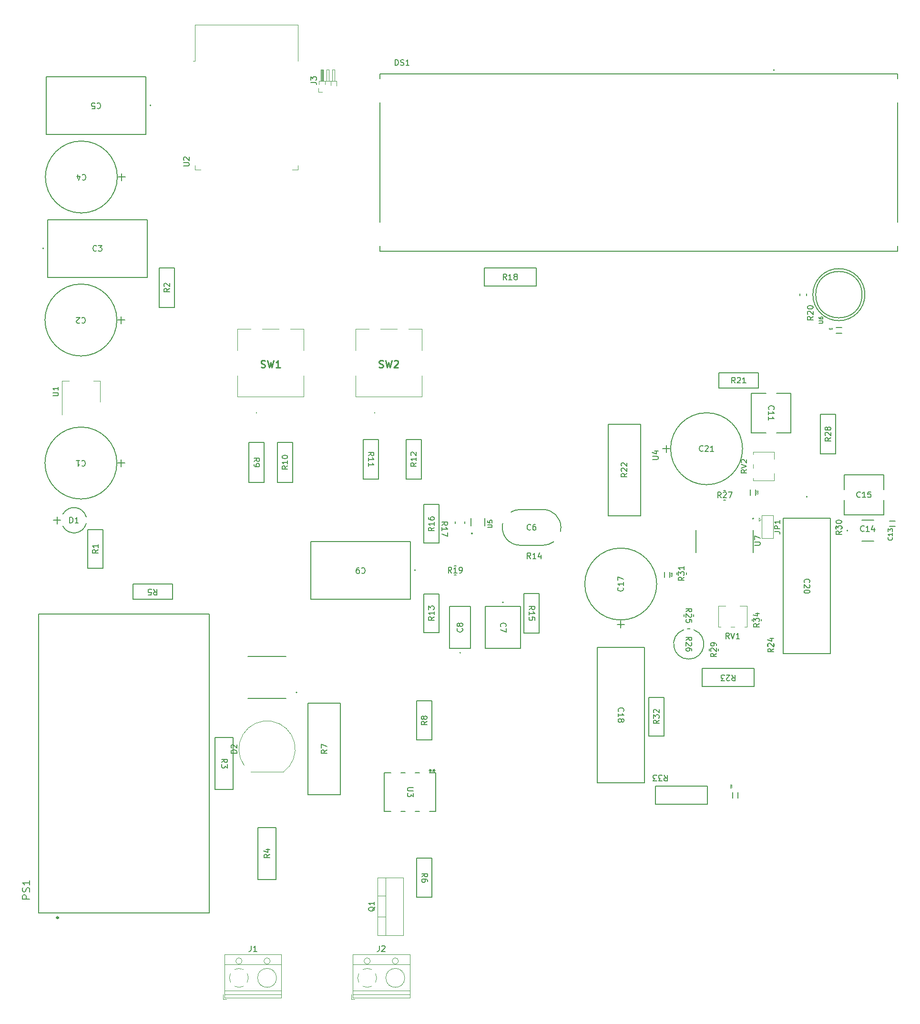
<source format=gbr>
%TF.GenerationSoftware,KiCad,Pcbnew,7.0.5*%
%TF.CreationDate,2024-01-26T21:50:59+01:00*%
%TF.ProjectId,Project,50726f6a-6563-4742-9e6b-696361645f70,rev?*%
%TF.SameCoordinates,Original*%
%TF.FileFunction,Legend,Top*%
%TF.FilePolarity,Positive*%
%FSLAX46Y46*%
G04 Gerber Fmt 4.6, Leading zero omitted, Abs format (unit mm)*
G04 Created by KiCad (PCBNEW 7.0.5) date 2024-01-26 21:50:59*
%MOMM*%
%LPD*%
G01*
G04 APERTURE LIST*
%ADD10C,0.150000*%
%ADD11C,0.060257*%
%ADD12C,0.254000*%
%ADD13C,0.152400*%
%ADD14C,0.127000*%
%ADD15C,0.200000*%
%ADD16C,0.300000*%
%ADD17C,0.120000*%
%ADD18C,0.100000*%
G04 APERTURE END LIST*
D10*
%TO.C,C8*%
X93069580Y-120816666D02*
X93117200Y-120864285D01*
X93117200Y-120864285D02*
X93164819Y-121007142D01*
X93164819Y-121007142D02*
X93164819Y-121102380D01*
X93164819Y-121102380D02*
X93117200Y-121245237D01*
X93117200Y-121245237D02*
X93021961Y-121340475D01*
X93021961Y-121340475D02*
X92926723Y-121388094D01*
X92926723Y-121388094D02*
X92736247Y-121435713D01*
X92736247Y-121435713D02*
X92593390Y-121435713D01*
X92593390Y-121435713D02*
X92402914Y-121388094D01*
X92402914Y-121388094D02*
X92307676Y-121340475D01*
X92307676Y-121340475D02*
X92212438Y-121245237D01*
X92212438Y-121245237D02*
X92164819Y-121102380D01*
X92164819Y-121102380D02*
X92164819Y-121007142D01*
X92164819Y-121007142D02*
X92212438Y-120864285D01*
X92212438Y-120864285D02*
X92260057Y-120816666D01*
X92593390Y-120245237D02*
X92545771Y-120340475D01*
X92545771Y-120340475D02*
X92498152Y-120388094D01*
X92498152Y-120388094D02*
X92402914Y-120435713D01*
X92402914Y-120435713D02*
X92355295Y-120435713D01*
X92355295Y-120435713D02*
X92260057Y-120388094D01*
X92260057Y-120388094D02*
X92212438Y-120340475D01*
X92212438Y-120340475D02*
X92164819Y-120245237D01*
X92164819Y-120245237D02*
X92164819Y-120054761D01*
X92164819Y-120054761D02*
X92212438Y-119959523D01*
X92212438Y-119959523D02*
X92260057Y-119911904D01*
X92260057Y-119911904D02*
X92355295Y-119864285D01*
X92355295Y-119864285D02*
X92402914Y-119864285D01*
X92402914Y-119864285D02*
X92498152Y-119911904D01*
X92498152Y-119911904D02*
X92545771Y-119959523D01*
X92545771Y-119959523D02*
X92593390Y-120054761D01*
X92593390Y-120054761D02*
X92593390Y-120245237D01*
X92593390Y-120245237D02*
X92641009Y-120340475D01*
X92641009Y-120340475D02*
X92688628Y-120388094D01*
X92688628Y-120388094D02*
X92783866Y-120435713D01*
X92783866Y-120435713D02*
X92974342Y-120435713D01*
X92974342Y-120435713D02*
X93069580Y-120388094D01*
X93069580Y-120388094D02*
X93117200Y-120340475D01*
X93117200Y-120340475D02*
X93164819Y-120245237D01*
X93164819Y-120245237D02*
X93164819Y-120054761D01*
X93164819Y-120054761D02*
X93117200Y-119959523D01*
X93117200Y-119959523D02*
X93069580Y-119911904D01*
X93069580Y-119911904D02*
X92974342Y-119864285D01*
X92974342Y-119864285D02*
X92783866Y-119864285D01*
X92783866Y-119864285D02*
X92688628Y-119911904D01*
X92688628Y-119911904D02*
X92641009Y-119959523D01*
X92641009Y-119959523D02*
X92593390Y-120054761D01*
%TO.C,C9*%
X75216666Y-110130419D02*
X75264285Y-110082800D01*
X75264285Y-110082800D02*
X75407142Y-110035180D01*
X75407142Y-110035180D02*
X75502380Y-110035180D01*
X75502380Y-110035180D02*
X75645237Y-110082800D01*
X75645237Y-110082800D02*
X75740475Y-110178038D01*
X75740475Y-110178038D02*
X75788094Y-110273276D01*
X75788094Y-110273276D02*
X75835713Y-110463752D01*
X75835713Y-110463752D02*
X75835713Y-110606609D01*
X75835713Y-110606609D02*
X75788094Y-110797085D01*
X75788094Y-110797085D02*
X75740475Y-110892323D01*
X75740475Y-110892323D02*
X75645237Y-110987561D01*
X75645237Y-110987561D02*
X75502380Y-111035180D01*
X75502380Y-111035180D02*
X75407142Y-111035180D01*
X75407142Y-111035180D02*
X75264285Y-110987561D01*
X75264285Y-110987561D02*
X75216666Y-110939942D01*
X74740475Y-110035180D02*
X74549999Y-110035180D01*
X74549999Y-110035180D02*
X74454761Y-110082800D01*
X74454761Y-110082800D02*
X74407142Y-110130419D01*
X74407142Y-110130419D02*
X74311904Y-110273276D01*
X74311904Y-110273276D02*
X74264285Y-110463752D01*
X74264285Y-110463752D02*
X74264285Y-110844704D01*
X74264285Y-110844704D02*
X74311904Y-110939942D01*
X74311904Y-110939942D02*
X74359523Y-110987561D01*
X74359523Y-110987561D02*
X74454761Y-111035180D01*
X74454761Y-111035180D02*
X74645237Y-111035180D01*
X74645237Y-111035180D02*
X74740475Y-110987561D01*
X74740475Y-110987561D02*
X74788094Y-110939942D01*
X74788094Y-110939942D02*
X74835713Y-110844704D01*
X74835713Y-110844704D02*
X74835713Y-110606609D01*
X74835713Y-110606609D02*
X74788094Y-110511371D01*
X74788094Y-110511371D02*
X74740475Y-110463752D01*
X74740475Y-110463752D02*
X74645237Y-110416133D01*
X74645237Y-110416133D02*
X74454761Y-110416133D01*
X74454761Y-110416133D02*
X74359523Y-110463752D01*
X74359523Y-110463752D02*
X74311904Y-110511371D01*
X74311904Y-110511371D02*
X74264285Y-110606609D01*
%TO.C,C13*%
X169450104Y-104654285D02*
X169488200Y-104692381D01*
X169488200Y-104692381D02*
X169526295Y-104806666D01*
X169526295Y-104806666D02*
X169526295Y-104882857D01*
X169526295Y-104882857D02*
X169488200Y-104997143D01*
X169488200Y-104997143D02*
X169412009Y-105073333D01*
X169412009Y-105073333D02*
X169335819Y-105111428D01*
X169335819Y-105111428D02*
X169183438Y-105149524D01*
X169183438Y-105149524D02*
X169069152Y-105149524D01*
X169069152Y-105149524D02*
X168916771Y-105111428D01*
X168916771Y-105111428D02*
X168840580Y-105073333D01*
X168840580Y-105073333D02*
X168764390Y-104997143D01*
X168764390Y-104997143D02*
X168726295Y-104882857D01*
X168726295Y-104882857D02*
X168726295Y-104806666D01*
X168726295Y-104806666D02*
X168764390Y-104692381D01*
X168764390Y-104692381D02*
X168802485Y-104654285D01*
X169526295Y-103892381D02*
X169526295Y-104349524D01*
X169526295Y-104120952D02*
X168726295Y-104120952D01*
X168726295Y-104120952D02*
X168840580Y-104197143D01*
X168840580Y-104197143D02*
X168916771Y-104273333D01*
X168916771Y-104273333D02*
X168954866Y-104349524D01*
X168726295Y-103625714D02*
X168726295Y-103130476D01*
X168726295Y-103130476D02*
X169031057Y-103397142D01*
X169031057Y-103397142D02*
X169031057Y-103282857D01*
X169031057Y-103282857D02*
X169069152Y-103206666D01*
X169069152Y-103206666D02*
X169107247Y-103168571D01*
X169107247Y-103168571D02*
X169183438Y-103130476D01*
X169183438Y-103130476D02*
X169373914Y-103130476D01*
X169373914Y-103130476D02*
X169450104Y-103168571D01*
X169450104Y-103168571D02*
X169488200Y-103206666D01*
X169488200Y-103206666D02*
X169526295Y-103282857D01*
X169526295Y-103282857D02*
X169526295Y-103511428D01*
X169526295Y-103511428D02*
X169488200Y-103587619D01*
X169488200Y-103587619D02*
X169450104Y-103625714D01*
%TO.C,DS1*%
X81190714Y-20789819D02*
X81190714Y-19789819D01*
X81190714Y-19789819D02*
X81428809Y-19789819D01*
X81428809Y-19789819D02*
X81571666Y-19837438D01*
X81571666Y-19837438D02*
X81666904Y-19932676D01*
X81666904Y-19932676D02*
X81714523Y-20027914D01*
X81714523Y-20027914D02*
X81762142Y-20218390D01*
X81762142Y-20218390D02*
X81762142Y-20361247D01*
X81762142Y-20361247D02*
X81714523Y-20551723D01*
X81714523Y-20551723D02*
X81666904Y-20646961D01*
X81666904Y-20646961D02*
X81571666Y-20742200D01*
X81571666Y-20742200D02*
X81428809Y-20789819D01*
X81428809Y-20789819D02*
X81190714Y-20789819D01*
X82143095Y-20742200D02*
X82285952Y-20789819D01*
X82285952Y-20789819D02*
X82524047Y-20789819D01*
X82524047Y-20789819D02*
X82619285Y-20742200D01*
X82619285Y-20742200D02*
X82666904Y-20694580D01*
X82666904Y-20694580D02*
X82714523Y-20599342D01*
X82714523Y-20599342D02*
X82714523Y-20504104D01*
X82714523Y-20504104D02*
X82666904Y-20408866D01*
X82666904Y-20408866D02*
X82619285Y-20361247D01*
X82619285Y-20361247D02*
X82524047Y-20313628D01*
X82524047Y-20313628D02*
X82333571Y-20266009D01*
X82333571Y-20266009D02*
X82238333Y-20218390D01*
X82238333Y-20218390D02*
X82190714Y-20170771D01*
X82190714Y-20170771D02*
X82143095Y-20075533D01*
X82143095Y-20075533D02*
X82143095Y-19980295D01*
X82143095Y-19980295D02*
X82190714Y-19885057D01*
X82190714Y-19885057D02*
X82238333Y-19837438D01*
X82238333Y-19837438D02*
X82333571Y-19789819D01*
X82333571Y-19789819D02*
X82571666Y-19789819D01*
X82571666Y-19789819D02*
X82714523Y-19837438D01*
X83666904Y-20789819D02*
X83095476Y-20789819D01*
X83381190Y-20789819D02*
X83381190Y-19789819D01*
X83381190Y-19789819D02*
X83285952Y-19932676D01*
X83285952Y-19932676D02*
X83190714Y-20027914D01*
X83190714Y-20027914D02*
X83095476Y-20075533D01*
%TO.C,R7*%
X69034819Y-142406666D02*
X68558628Y-142739999D01*
X69034819Y-142978094D02*
X68034819Y-142978094D01*
X68034819Y-142978094D02*
X68034819Y-142597142D01*
X68034819Y-142597142D02*
X68082438Y-142501904D01*
X68082438Y-142501904D02*
X68130057Y-142454285D01*
X68130057Y-142454285D02*
X68225295Y-142406666D01*
X68225295Y-142406666D02*
X68368152Y-142406666D01*
X68368152Y-142406666D02*
X68463390Y-142454285D01*
X68463390Y-142454285D02*
X68511009Y-142501904D01*
X68511009Y-142501904D02*
X68558628Y-142597142D01*
X68558628Y-142597142D02*
X68558628Y-142978094D01*
X68034819Y-142073332D02*
X68034819Y-141406666D01*
X68034819Y-141406666D02*
X69034819Y-141835237D01*
%TO.C,PS1*%
X16274657Y-168861857D02*
X14954657Y-168861857D01*
X14954657Y-168861857D02*
X14954657Y-168359000D01*
X14954657Y-168359000D02*
X15017514Y-168233285D01*
X15017514Y-168233285D02*
X15080371Y-168170428D01*
X15080371Y-168170428D02*
X15206085Y-168107571D01*
X15206085Y-168107571D02*
X15394657Y-168107571D01*
X15394657Y-168107571D02*
X15520371Y-168170428D01*
X15520371Y-168170428D02*
X15583228Y-168233285D01*
X15583228Y-168233285D02*
X15646085Y-168359000D01*
X15646085Y-168359000D02*
X15646085Y-168861857D01*
X16211800Y-167604714D02*
X16274657Y-167416143D01*
X16274657Y-167416143D02*
X16274657Y-167101857D01*
X16274657Y-167101857D02*
X16211800Y-166976143D01*
X16211800Y-166976143D02*
X16148942Y-166913285D01*
X16148942Y-166913285D02*
X16023228Y-166850428D01*
X16023228Y-166850428D02*
X15897514Y-166850428D01*
X15897514Y-166850428D02*
X15771800Y-166913285D01*
X15771800Y-166913285D02*
X15708942Y-166976143D01*
X15708942Y-166976143D02*
X15646085Y-167101857D01*
X15646085Y-167101857D02*
X15583228Y-167353285D01*
X15583228Y-167353285D02*
X15520371Y-167479000D01*
X15520371Y-167479000D02*
X15457514Y-167541857D01*
X15457514Y-167541857D02*
X15331800Y-167604714D01*
X15331800Y-167604714D02*
X15206085Y-167604714D01*
X15206085Y-167604714D02*
X15080371Y-167541857D01*
X15080371Y-167541857D02*
X15017514Y-167479000D01*
X15017514Y-167479000D02*
X14954657Y-167353285D01*
X14954657Y-167353285D02*
X14954657Y-167039000D01*
X14954657Y-167039000D02*
X15017514Y-166850428D01*
X16274657Y-165593285D02*
X16274657Y-166347571D01*
X16274657Y-165970428D02*
X14954657Y-165970428D01*
X14954657Y-165970428D02*
X15143228Y-166096142D01*
X15143228Y-166096142D02*
X15268942Y-166221857D01*
X15268942Y-166221857D02*
X15331800Y-166347571D01*
%TO.C,C11*%
X147595419Y-81907142D02*
X147547800Y-81859523D01*
X147547800Y-81859523D02*
X147500180Y-81716666D01*
X147500180Y-81716666D02*
X147500180Y-81621428D01*
X147500180Y-81621428D02*
X147547800Y-81478571D01*
X147547800Y-81478571D02*
X147643038Y-81383333D01*
X147643038Y-81383333D02*
X147738276Y-81335714D01*
X147738276Y-81335714D02*
X147928752Y-81288095D01*
X147928752Y-81288095D02*
X148071609Y-81288095D01*
X148071609Y-81288095D02*
X148262085Y-81335714D01*
X148262085Y-81335714D02*
X148357323Y-81383333D01*
X148357323Y-81383333D02*
X148452561Y-81478571D01*
X148452561Y-81478571D02*
X148500180Y-81621428D01*
X148500180Y-81621428D02*
X148500180Y-81716666D01*
X148500180Y-81716666D02*
X148452561Y-81859523D01*
X148452561Y-81859523D02*
X148404942Y-81907142D01*
X147500180Y-82859523D02*
X147500180Y-82288095D01*
X147500180Y-82573809D02*
X148500180Y-82573809D01*
X148500180Y-82573809D02*
X148357323Y-82478571D01*
X148357323Y-82478571D02*
X148262085Y-82383333D01*
X148262085Y-82383333D02*
X148214466Y-82288095D01*
X147500180Y-83811904D02*
X147500180Y-83240476D01*
X147500180Y-83526190D02*
X148500180Y-83526190D01*
X148500180Y-83526190D02*
X148357323Y-83430952D01*
X148357323Y-83430952D02*
X148262085Y-83335714D01*
X148262085Y-83335714D02*
X148214466Y-83240476D01*
D11*
%TO.C,C12*%
X145584860Y-96779164D02*
X145596338Y-96790641D01*
X145596338Y-96790641D02*
X145607815Y-96825074D01*
X145607815Y-96825074D02*
X145607815Y-96848029D01*
X145607815Y-96848029D02*
X145596338Y-96882462D01*
X145596338Y-96882462D02*
X145573382Y-96905417D01*
X145573382Y-96905417D02*
X145550427Y-96916895D01*
X145550427Y-96916895D02*
X145504517Y-96928372D01*
X145504517Y-96928372D02*
X145470084Y-96928372D01*
X145470084Y-96928372D02*
X145424174Y-96916895D01*
X145424174Y-96916895D02*
X145401219Y-96905417D01*
X145401219Y-96905417D02*
X145378264Y-96882462D01*
X145378264Y-96882462D02*
X145366786Y-96848029D01*
X145366786Y-96848029D02*
X145366786Y-96825074D01*
X145366786Y-96825074D02*
X145378264Y-96790641D01*
X145378264Y-96790641D02*
X145389741Y-96779164D01*
X145607815Y-96549612D02*
X145607815Y-96687343D01*
X145607815Y-96618478D02*
X145366786Y-96618478D01*
X145366786Y-96618478D02*
X145401219Y-96641433D01*
X145401219Y-96641433D02*
X145424174Y-96664388D01*
X145424174Y-96664388D02*
X145435652Y-96687343D01*
X145389741Y-96457792D02*
X145378264Y-96446315D01*
X145378264Y-96446315D02*
X145366786Y-96423360D01*
X145366786Y-96423360D02*
X145366786Y-96365972D01*
X145366786Y-96365972D02*
X145378264Y-96343017D01*
X145378264Y-96343017D02*
X145389741Y-96331539D01*
X145389741Y-96331539D02*
X145412696Y-96320061D01*
X145412696Y-96320061D02*
X145435652Y-96320061D01*
X145435652Y-96320061D02*
X145470084Y-96331539D01*
X145470084Y-96331539D02*
X145607815Y-96469270D01*
X145607815Y-96469270D02*
X145607815Y-96320061D01*
D10*
%TO.C,R20*%
X155394819Y-65412857D02*
X154918628Y-65746190D01*
X155394819Y-65984285D02*
X154394819Y-65984285D01*
X154394819Y-65984285D02*
X154394819Y-65603333D01*
X154394819Y-65603333D02*
X154442438Y-65508095D01*
X154442438Y-65508095D02*
X154490057Y-65460476D01*
X154490057Y-65460476D02*
X154585295Y-65412857D01*
X154585295Y-65412857D02*
X154728152Y-65412857D01*
X154728152Y-65412857D02*
X154823390Y-65460476D01*
X154823390Y-65460476D02*
X154871009Y-65508095D01*
X154871009Y-65508095D02*
X154918628Y-65603333D01*
X154918628Y-65603333D02*
X154918628Y-65984285D01*
X154490057Y-65031904D02*
X154442438Y-64984285D01*
X154442438Y-64984285D02*
X154394819Y-64889047D01*
X154394819Y-64889047D02*
X154394819Y-64650952D01*
X154394819Y-64650952D02*
X154442438Y-64555714D01*
X154442438Y-64555714D02*
X154490057Y-64508095D01*
X154490057Y-64508095D02*
X154585295Y-64460476D01*
X154585295Y-64460476D02*
X154680533Y-64460476D01*
X154680533Y-64460476D02*
X154823390Y-64508095D01*
X154823390Y-64508095D02*
X155394819Y-65079523D01*
X155394819Y-65079523D02*
X155394819Y-64460476D01*
X154394819Y-63841428D02*
X154394819Y-63746190D01*
X154394819Y-63746190D02*
X154442438Y-63650952D01*
X154442438Y-63650952D02*
X154490057Y-63603333D01*
X154490057Y-63603333D02*
X154585295Y-63555714D01*
X154585295Y-63555714D02*
X154775771Y-63508095D01*
X154775771Y-63508095D02*
X155013866Y-63508095D01*
X155013866Y-63508095D02*
X155204342Y-63555714D01*
X155204342Y-63555714D02*
X155299580Y-63603333D01*
X155299580Y-63603333D02*
X155347200Y-63650952D01*
X155347200Y-63650952D02*
X155394819Y-63746190D01*
X155394819Y-63746190D02*
X155394819Y-63841428D01*
X155394819Y-63841428D02*
X155347200Y-63936666D01*
X155347200Y-63936666D02*
X155299580Y-63984285D01*
X155299580Y-63984285D02*
X155204342Y-64031904D01*
X155204342Y-64031904D02*
X155013866Y-64079523D01*
X155013866Y-64079523D02*
X154775771Y-64079523D01*
X154775771Y-64079523D02*
X154585295Y-64031904D01*
X154585295Y-64031904D02*
X154490057Y-63984285D01*
X154490057Y-63984285D02*
X154442438Y-63936666D01*
X154442438Y-63936666D02*
X154394819Y-63841428D01*
D11*
%TO.C,C16*%
X130344860Y-111384164D02*
X130356338Y-111395641D01*
X130356338Y-111395641D02*
X130367815Y-111430074D01*
X130367815Y-111430074D02*
X130367815Y-111453029D01*
X130367815Y-111453029D02*
X130356338Y-111487462D01*
X130356338Y-111487462D02*
X130333382Y-111510417D01*
X130333382Y-111510417D02*
X130310427Y-111521895D01*
X130310427Y-111521895D02*
X130264517Y-111533372D01*
X130264517Y-111533372D02*
X130230084Y-111533372D01*
X130230084Y-111533372D02*
X130184174Y-111521895D01*
X130184174Y-111521895D02*
X130161219Y-111510417D01*
X130161219Y-111510417D02*
X130138264Y-111487462D01*
X130138264Y-111487462D02*
X130126786Y-111453029D01*
X130126786Y-111453029D02*
X130126786Y-111430074D01*
X130126786Y-111430074D02*
X130138264Y-111395641D01*
X130138264Y-111395641D02*
X130149741Y-111384164D01*
X130367815Y-111154612D02*
X130367815Y-111292343D01*
X130367815Y-111223478D02*
X130126786Y-111223478D01*
X130126786Y-111223478D02*
X130161219Y-111246433D01*
X130161219Y-111246433D02*
X130184174Y-111269388D01*
X130184174Y-111269388D02*
X130195652Y-111292343D01*
X130126786Y-110948017D02*
X130126786Y-110993927D01*
X130126786Y-110993927D02*
X130138264Y-111016882D01*
X130138264Y-111016882D02*
X130149741Y-111028360D01*
X130149741Y-111028360D02*
X130184174Y-111051315D01*
X130184174Y-111051315D02*
X130230084Y-111062792D01*
X130230084Y-111062792D02*
X130321905Y-111062792D01*
X130321905Y-111062792D02*
X130344860Y-111051315D01*
X130344860Y-111051315D02*
X130356338Y-111039837D01*
X130356338Y-111039837D02*
X130367815Y-111016882D01*
X130367815Y-111016882D02*
X130367815Y-110970972D01*
X130367815Y-110970972D02*
X130356338Y-110948017D01*
X130356338Y-110948017D02*
X130344860Y-110936539D01*
X130344860Y-110936539D02*
X130321905Y-110925061D01*
X130321905Y-110925061D02*
X130264517Y-110925061D01*
X130264517Y-110925061D02*
X130241562Y-110936539D01*
X130241562Y-110936539D02*
X130230084Y-110948017D01*
X130230084Y-110948017D02*
X130218607Y-110970972D01*
X130218607Y-110970972D02*
X130218607Y-111016882D01*
X130218607Y-111016882D02*
X130230084Y-111039837D01*
X130230084Y-111039837D02*
X130241562Y-111051315D01*
X130241562Y-111051315D02*
X130264517Y-111062792D01*
D10*
%TO.C,R21*%
X141560953Y-77227208D02*
X141227620Y-76751017D01*
X140989525Y-77227208D02*
X140989525Y-76227208D01*
X140989525Y-76227208D02*
X141370477Y-76227208D01*
X141370477Y-76227208D02*
X141465715Y-76274827D01*
X141465715Y-76274827D02*
X141513334Y-76322446D01*
X141513334Y-76322446D02*
X141560953Y-76417684D01*
X141560953Y-76417684D02*
X141560953Y-76560541D01*
X141560953Y-76560541D02*
X141513334Y-76655779D01*
X141513334Y-76655779D02*
X141465715Y-76703398D01*
X141465715Y-76703398D02*
X141370477Y-76751017D01*
X141370477Y-76751017D02*
X140989525Y-76751017D01*
X141941906Y-76322446D02*
X141989525Y-76274827D01*
X141989525Y-76274827D02*
X142084763Y-76227208D01*
X142084763Y-76227208D02*
X142322858Y-76227208D01*
X142322858Y-76227208D02*
X142418096Y-76274827D01*
X142418096Y-76274827D02*
X142465715Y-76322446D01*
X142465715Y-76322446D02*
X142513334Y-76417684D01*
X142513334Y-76417684D02*
X142513334Y-76512922D01*
X142513334Y-76512922D02*
X142465715Y-76655779D01*
X142465715Y-76655779D02*
X141894287Y-77227208D01*
X141894287Y-77227208D02*
X142513334Y-77227208D01*
X143465715Y-77227208D02*
X142894287Y-77227208D01*
X143180001Y-77227208D02*
X143180001Y-76227208D01*
X143180001Y-76227208D02*
X143084763Y-76370065D01*
X143084763Y-76370065D02*
X142989525Y-76465303D01*
X142989525Y-76465303D02*
X142894287Y-76512922D01*
%TO.C,J1*%
X55586666Y-177174819D02*
X55586666Y-177889104D01*
X55586666Y-177889104D02*
X55539047Y-178031961D01*
X55539047Y-178031961D02*
X55443809Y-178127200D01*
X55443809Y-178127200D02*
X55300952Y-178174819D01*
X55300952Y-178174819D02*
X55205714Y-178174819D01*
X56586666Y-178174819D02*
X56015238Y-178174819D01*
X56300952Y-178174819D02*
X56300952Y-177174819D01*
X56300952Y-177174819D02*
X56205714Y-177317676D01*
X56205714Y-177317676D02*
X56110476Y-177412914D01*
X56110476Y-177412914D02*
X56015238Y-177460533D01*
%TO.C,R13*%
X88084819Y-118752857D02*
X87608628Y-119086190D01*
X88084819Y-119324285D02*
X87084819Y-119324285D01*
X87084819Y-119324285D02*
X87084819Y-118943333D01*
X87084819Y-118943333D02*
X87132438Y-118848095D01*
X87132438Y-118848095D02*
X87180057Y-118800476D01*
X87180057Y-118800476D02*
X87275295Y-118752857D01*
X87275295Y-118752857D02*
X87418152Y-118752857D01*
X87418152Y-118752857D02*
X87513390Y-118800476D01*
X87513390Y-118800476D02*
X87561009Y-118848095D01*
X87561009Y-118848095D02*
X87608628Y-118943333D01*
X87608628Y-118943333D02*
X87608628Y-119324285D01*
X88084819Y-117800476D02*
X88084819Y-118371904D01*
X88084819Y-118086190D02*
X87084819Y-118086190D01*
X87084819Y-118086190D02*
X87227676Y-118181428D01*
X87227676Y-118181428D02*
X87322914Y-118276666D01*
X87322914Y-118276666D02*
X87370533Y-118371904D01*
X87084819Y-117467142D02*
X87084819Y-116848095D01*
X87084819Y-116848095D02*
X87465771Y-117181428D01*
X87465771Y-117181428D02*
X87465771Y-117038571D01*
X87465771Y-117038571D02*
X87513390Y-116943333D01*
X87513390Y-116943333D02*
X87561009Y-116895714D01*
X87561009Y-116895714D02*
X87656247Y-116848095D01*
X87656247Y-116848095D02*
X87894342Y-116848095D01*
X87894342Y-116848095D02*
X87989580Y-116895714D01*
X87989580Y-116895714D02*
X88037200Y-116943333D01*
X88037200Y-116943333D02*
X88084819Y-117038571D01*
X88084819Y-117038571D02*
X88084819Y-117324285D01*
X88084819Y-117324285D02*
X88037200Y-117419523D01*
X88037200Y-117419523D02*
X87989580Y-117467142D01*
%TO.C,U6*%
X156460860Y-66573579D02*
X157027788Y-66573579D01*
X157027788Y-66573579D02*
X157094486Y-66540230D01*
X157094486Y-66540230D02*
X157127835Y-66506882D01*
X157127835Y-66506882D02*
X157161183Y-66440184D01*
X157161183Y-66440184D02*
X157161183Y-66306789D01*
X157161183Y-66306789D02*
X157127835Y-66240092D01*
X157127835Y-66240092D02*
X157094486Y-66206743D01*
X157094486Y-66206743D02*
X157027788Y-66173394D01*
X157027788Y-66173394D02*
X156460860Y-66173394D01*
X156460860Y-65539769D02*
X156460860Y-65673163D01*
X156460860Y-65673163D02*
X156494209Y-65739861D01*
X156494209Y-65739861D02*
X156527558Y-65773210D01*
X156527558Y-65773210D02*
X156627604Y-65839907D01*
X156627604Y-65839907D02*
X156760999Y-65873256D01*
X156760999Y-65873256D02*
X157027788Y-65873256D01*
X157027788Y-65873256D02*
X157094486Y-65839907D01*
X157094486Y-65839907D02*
X157127835Y-65806558D01*
X157127835Y-65806558D02*
X157161183Y-65739861D01*
X157161183Y-65739861D02*
X157161183Y-65606466D01*
X157161183Y-65606466D02*
X157127835Y-65539769D01*
X157127835Y-65539769D02*
X157094486Y-65506420D01*
X157094486Y-65506420D02*
X157027788Y-65473071D01*
X157027788Y-65473071D02*
X156861045Y-65473071D01*
X156861045Y-65473071D02*
X156794347Y-65506420D01*
X156794347Y-65506420D02*
X156760999Y-65539769D01*
X156760999Y-65539769D02*
X156727650Y-65606466D01*
X156727650Y-65606466D02*
X156727650Y-65739861D01*
X156727650Y-65739861D02*
X156760999Y-65806558D01*
X156760999Y-65806558D02*
X156794347Y-65839907D01*
X156794347Y-65839907D02*
X156861045Y-65873256D01*
%TO.C,R29*%
X138213630Y-125258457D02*
X137737439Y-125591790D01*
X138213630Y-125829885D02*
X137213630Y-125829885D01*
X137213630Y-125829885D02*
X137213630Y-125448933D01*
X137213630Y-125448933D02*
X137261249Y-125353695D01*
X137261249Y-125353695D02*
X137308868Y-125306076D01*
X137308868Y-125306076D02*
X137404106Y-125258457D01*
X137404106Y-125258457D02*
X137546963Y-125258457D01*
X137546963Y-125258457D02*
X137642201Y-125306076D01*
X137642201Y-125306076D02*
X137689820Y-125353695D01*
X137689820Y-125353695D02*
X137737439Y-125448933D01*
X137737439Y-125448933D02*
X137737439Y-125829885D01*
X137308868Y-124877504D02*
X137261249Y-124829885D01*
X137261249Y-124829885D02*
X137213630Y-124734647D01*
X137213630Y-124734647D02*
X137213630Y-124496552D01*
X137213630Y-124496552D02*
X137261249Y-124401314D01*
X137261249Y-124401314D02*
X137308868Y-124353695D01*
X137308868Y-124353695D02*
X137404106Y-124306076D01*
X137404106Y-124306076D02*
X137499344Y-124306076D01*
X137499344Y-124306076D02*
X137642201Y-124353695D01*
X137642201Y-124353695D02*
X138213630Y-124925123D01*
X138213630Y-124925123D02*
X138213630Y-124306076D01*
X138213630Y-123829885D02*
X138213630Y-123639409D01*
X138213630Y-123639409D02*
X138166011Y-123544171D01*
X138166011Y-123544171D02*
X138118391Y-123496552D01*
X138118391Y-123496552D02*
X137975534Y-123401314D01*
X137975534Y-123401314D02*
X137785058Y-123353695D01*
X137785058Y-123353695D02*
X137404106Y-123353695D01*
X137404106Y-123353695D02*
X137308868Y-123401314D01*
X137308868Y-123401314D02*
X137261249Y-123448933D01*
X137261249Y-123448933D02*
X137213630Y-123544171D01*
X137213630Y-123544171D02*
X137213630Y-123734647D01*
X137213630Y-123734647D02*
X137261249Y-123829885D01*
X137261249Y-123829885D02*
X137308868Y-123877504D01*
X137308868Y-123877504D02*
X137404106Y-123925123D01*
X137404106Y-123925123D02*
X137642201Y-123925123D01*
X137642201Y-123925123D02*
X137737439Y-123877504D01*
X137737439Y-123877504D02*
X137785058Y-123829885D01*
X137785058Y-123829885D02*
X137832677Y-123734647D01*
X137832677Y-123734647D02*
X137832677Y-123544171D01*
X137832677Y-123544171D02*
X137785058Y-123448933D01*
X137785058Y-123448933D02*
X137737439Y-123401314D01*
X137737439Y-123401314D02*
X137642201Y-123353695D01*
%TO.C,R34*%
X145833630Y-119960246D02*
X145357439Y-120293579D01*
X145833630Y-120531674D02*
X144833630Y-120531674D01*
X144833630Y-120531674D02*
X144833630Y-120150722D01*
X144833630Y-120150722D02*
X144881249Y-120055484D01*
X144881249Y-120055484D02*
X144928868Y-120007865D01*
X144928868Y-120007865D02*
X145024106Y-119960246D01*
X145024106Y-119960246D02*
X145166963Y-119960246D01*
X145166963Y-119960246D02*
X145262201Y-120007865D01*
X145262201Y-120007865D02*
X145309820Y-120055484D01*
X145309820Y-120055484D02*
X145357439Y-120150722D01*
X145357439Y-120150722D02*
X145357439Y-120531674D01*
X144833630Y-119626912D02*
X144833630Y-119007865D01*
X144833630Y-119007865D02*
X145214582Y-119341198D01*
X145214582Y-119341198D02*
X145214582Y-119198341D01*
X145214582Y-119198341D02*
X145262201Y-119103103D01*
X145262201Y-119103103D02*
X145309820Y-119055484D01*
X145309820Y-119055484D02*
X145405058Y-119007865D01*
X145405058Y-119007865D02*
X145643153Y-119007865D01*
X145643153Y-119007865D02*
X145738391Y-119055484D01*
X145738391Y-119055484D02*
X145786011Y-119103103D01*
X145786011Y-119103103D02*
X145833630Y-119198341D01*
X145833630Y-119198341D02*
X145833630Y-119484055D01*
X145833630Y-119484055D02*
X145786011Y-119579293D01*
X145786011Y-119579293D02*
X145738391Y-119626912D01*
X145166963Y-118150722D02*
X145833630Y-118150722D01*
X144786011Y-118388817D02*
X145500296Y-118626912D01*
X145500296Y-118626912D02*
X145500296Y-118007865D01*
%TO.C,C7*%
X99970419Y-120483333D02*
X99922800Y-120435714D01*
X99922800Y-120435714D02*
X99875180Y-120292857D01*
X99875180Y-120292857D02*
X99875180Y-120197619D01*
X99875180Y-120197619D02*
X99922800Y-120054762D01*
X99922800Y-120054762D02*
X100018038Y-119959524D01*
X100018038Y-119959524D02*
X100113276Y-119911905D01*
X100113276Y-119911905D02*
X100303752Y-119864286D01*
X100303752Y-119864286D02*
X100446609Y-119864286D01*
X100446609Y-119864286D02*
X100637085Y-119911905D01*
X100637085Y-119911905D02*
X100732323Y-119959524D01*
X100732323Y-119959524D02*
X100827561Y-120054762D01*
X100827561Y-120054762D02*
X100875180Y-120197619D01*
X100875180Y-120197619D02*
X100875180Y-120292857D01*
X100875180Y-120292857D02*
X100827561Y-120435714D01*
X100827561Y-120435714D02*
X100779942Y-120483333D01*
X100875180Y-120816667D02*
X100875180Y-121483333D01*
X100875180Y-121483333D02*
X99875180Y-121054762D01*
%TO.C,R32*%
X128053630Y-137105246D02*
X127577439Y-137438579D01*
X128053630Y-137676674D02*
X127053630Y-137676674D01*
X127053630Y-137676674D02*
X127053630Y-137295722D01*
X127053630Y-137295722D02*
X127101249Y-137200484D01*
X127101249Y-137200484D02*
X127148868Y-137152865D01*
X127148868Y-137152865D02*
X127244106Y-137105246D01*
X127244106Y-137105246D02*
X127386963Y-137105246D01*
X127386963Y-137105246D02*
X127482201Y-137152865D01*
X127482201Y-137152865D02*
X127529820Y-137200484D01*
X127529820Y-137200484D02*
X127577439Y-137295722D01*
X127577439Y-137295722D02*
X127577439Y-137676674D01*
X127053630Y-136771912D02*
X127053630Y-136152865D01*
X127053630Y-136152865D02*
X127434582Y-136486198D01*
X127434582Y-136486198D02*
X127434582Y-136343341D01*
X127434582Y-136343341D02*
X127482201Y-136248103D01*
X127482201Y-136248103D02*
X127529820Y-136200484D01*
X127529820Y-136200484D02*
X127625058Y-136152865D01*
X127625058Y-136152865D02*
X127863153Y-136152865D01*
X127863153Y-136152865D02*
X127958391Y-136200484D01*
X127958391Y-136200484D02*
X128006011Y-136248103D01*
X128006011Y-136248103D02*
X128053630Y-136343341D01*
X128053630Y-136343341D02*
X128053630Y-136629055D01*
X128053630Y-136629055D02*
X128006011Y-136724293D01*
X128006011Y-136724293D02*
X127958391Y-136771912D01*
X127148868Y-135771912D02*
X127101249Y-135724293D01*
X127101249Y-135724293D02*
X127053630Y-135629055D01*
X127053630Y-135629055D02*
X127053630Y-135390960D01*
X127053630Y-135390960D02*
X127101249Y-135295722D01*
X127101249Y-135295722D02*
X127148868Y-135248103D01*
X127148868Y-135248103D02*
X127244106Y-135200484D01*
X127244106Y-135200484D02*
X127339344Y-135200484D01*
X127339344Y-135200484D02*
X127482201Y-135248103D01*
X127482201Y-135248103D02*
X128053630Y-135819531D01*
X128053630Y-135819531D02*
X128053630Y-135200484D01*
%TO.C,R28*%
X158533630Y-86940246D02*
X158057439Y-87273579D01*
X158533630Y-87511674D02*
X157533630Y-87511674D01*
X157533630Y-87511674D02*
X157533630Y-87130722D01*
X157533630Y-87130722D02*
X157581249Y-87035484D01*
X157581249Y-87035484D02*
X157628868Y-86987865D01*
X157628868Y-86987865D02*
X157724106Y-86940246D01*
X157724106Y-86940246D02*
X157866963Y-86940246D01*
X157866963Y-86940246D02*
X157962201Y-86987865D01*
X157962201Y-86987865D02*
X158009820Y-87035484D01*
X158009820Y-87035484D02*
X158057439Y-87130722D01*
X158057439Y-87130722D02*
X158057439Y-87511674D01*
X157628868Y-86559293D02*
X157581249Y-86511674D01*
X157581249Y-86511674D02*
X157533630Y-86416436D01*
X157533630Y-86416436D02*
X157533630Y-86178341D01*
X157533630Y-86178341D02*
X157581249Y-86083103D01*
X157581249Y-86083103D02*
X157628868Y-86035484D01*
X157628868Y-86035484D02*
X157724106Y-85987865D01*
X157724106Y-85987865D02*
X157819344Y-85987865D01*
X157819344Y-85987865D02*
X157962201Y-86035484D01*
X157962201Y-86035484D02*
X158533630Y-86606912D01*
X158533630Y-86606912D02*
X158533630Y-85987865D01*
X157962201Y-85416436D02*
X157914582Y-85511674D01*
X157914582Y-85511674D02*
X157866963Y-85559293D01*
X157866963Y-85559293D02*
X157771725Y-85606912D01*
X157771725Y-85606912D02*
X157724106Y-85606912D01*
X157724106Y-85606912D02*
X157628868Y-85559293D01*
X157628868Y-85559293D02*
X157581249Y-85511674D01*
X157581249Y-85511674D02*
X157533630Y-85416436D01*
X157533630Y-85416436D02*
X157533630Y-85225960D01*
X157533630Y-85225960D02*
X157581249Y-85130722D01*
X157581249Y-85130722D02*
X157628868Y-85083103D01*
X157628868Y-85083103D02*
X157724106Y-85035484D01*
X157724106Y-85035484D02*
X157771725Y-85035484D01*
X157771725Y-85035484D02*
X157866963Y-85083103D01*
X157866963Y-85083103D02*
X157914582Y-85130722D01*
X157914582Y-85130722D02*
X157962201Y-85225960D01*
X157962201Y-85225960D02*
X157962201Y-85416436D01*
X157962201Y-85416436D02*
X158009820Y-85511674D01*
X158009820Y-85511674D02*
X158057439Y-85559293D01*
X158057439Y-85559293D02*
X158152677Y-85606912D01*
X158152677Y-85606912D02*
X158343153Y-85606912D01*
X158343153Y-85606912D02*
X158438391Y-85559293D01*
X158438391Y-85559293D02*
X158486011Y-85511674D01*
X158486011Y-85511674D02*
X158533630Y-85416436D01*
X158533630Y-85416436D02*
X158533630Y-85225960D01*
X158533630Y-85225960D02*
X158486011Y-85130722D01*
X158486011Y-85130722D02*
X158438391Y-85083103D01*
X158438391Y-85083103D02*
X158343153Y-85035484D01*
X158343153Y-85035484D02*
X158152677Y-85035484D01*
X158152677Y-85035484D02*
X158057439Y-85083103D01*
X158057439Y-85083103D02*
X158009820Y-85130722D01*
X158009820Y-85130722D02*
X157962201Y-85225960D01*
%TO.C,U5*%
X97606295Y-102844523D02*
X98253914Y-102844523D01*
X98253914Y-102844523D02*
X98330104Y-102806428D01*
X98330104Y-102806428D02*
X98368200Y-102768333D01*
X98368200Y-102768333D02*
X98406295Y-102692142D01*
X98406295Y-102692142D02*
X98406295Y-102539761D01*
X98406295Y-102539761D02*
X98368200Y-102463571D01*
X98368200Y-102463571D02*
X98330104Y-102425476D01*
X98330104Y-102425476D02*
X98253914Y-102387380D01*
X98253914Y-102387380D02*
X97606295Y-102387380D01*
X97606295Y-101625476D02*
X97606295Y-102006428D01*
X97606295Y-102006428D02*
X97987247Y-102044524D01*
X97987247Y-102044524D02*
X97949152Y-102006428D01*
X97949152Y-102006428D02*
X97911057Y-101930238D01*
X97911057Y-101930238D02*
X97911057Y-101739762D01*
X97911057Y-101739762D02*
X97949152Y-101663571D01*
X97949152Y-101663571D02*
X97987247Y-101625476D01*
X97987247Y-101625476D02*
X98063438Y-101587381D01*
X98063438Y-101587381D02*
X98253914Y-101587381D01*
X98253914Y-101587381D02*
X98330104Y-101625476D01*
X98330104Y-101625476D02*
X98368200Y-101663571D01*
X98368200Y-101663571D02*
X98406295Y-101739762D01*
X98406295Y-101739762D02*
X98406295Y-101930238D01*
X98406295Y-101930238D02*
X98368200Y-102006428D01*
X98368200Y-102006428D02*
X98330104Y-102044524D01*
%TO.C,C1*%
X25528566Y-91080419D02*
X25576185Y-91032800D01*
X25576185Y-91032800D02*
X25719042Y-90985180D01*
X25719042Y-90985180D02*
X25814280Y-90985180D01*
X25814280Y-90985180D02*
X25957137Y-91032800D01*
X25957137Y-91032800D02*
X26052375Y-91128038D01*
X26052375Y-91128038D02*
X26099994Y-91223276D01*
X26099994Y-91223276D02*
X26147613Y-91413752D01*
X26147613Y-91413752D02*
X26147613Y-91556609D01*
X26147613Y-91556609D02*
X26099994Y-91747085D01*
X26099994Y-91747085D02*
X26052375Y-91842323D01*
X26052375Y-91842323D02*
X25957137Y-91937561D01*
X25957137Y-91937561D02*
X25814280Y-91985180D01*
X25814280Y-91985180D02*
X25719042Y-91985180D01*
X25719042Y-91985180D02*
X25576185Y-91937561D01*
X25576185Y-91937561D02*
X25528566Y-91889942D01*
X24576185Y-90985180D02*
X25147613Y-90985180D01*
X24861899Y-90985180D02*
X24861899Y-91985180D01*
X24861899Y-91985180D02*
X24957137Y-91842323D01*
X24957137Y-91842323D02*
X25052375Y-91747085D01*
X25052375Y-91747085D02*
X25147613Y-91699466D01*
%TO.C,R33*%
X128912857Y-146865180D02*
X129246190Y-147341371D01*
X129484285Y-146865180D02*
X129484285Y-147865180D01*
X129484285Y-147865180D02*
X129103333Y-147865180D01*
X129103333Y-147865180D02*
X129008095Y-147817561D01*
X129008095Y-147817561D02*
X128960476Y-147769942D01*
X128960476Y-147769942D02*
X128912857Y-147674704D01*
X128912857Y-147674704D02*
X128912857Y-147531847D01*
X128912857Y-147531847D02*
X128960476Y-147436609D01*
X128960476Y-147436609D02*
X129008095Y-147388990D01*
X129008095Y-147388990D02*
X129103333Y-147341371D01*
X129103333Y-147341371D02*
X129484285Y-147341371D01*
X128579523Y-147865180D02*
X127960476Y-147865180D01*
X127960476Y-147865180D02*
X128293809Y-147484228D01*
X128293809Y-147484228D02*
X128150952Y-147484228D01*
X128150952Y-147484228D02*
X128055714Y-147436609D01*
X128055714Y-147436609D02*
X128008095Y-147388990D01*
X128008095Y-147388990D02*
X127960476Y-147293752D01*
X127960476Y-147293752D02*
X127960476Y-147055657D01*
X127960476Y-147055657D02*
X128008095Y-146960419D01*
X128008095Y-146960419D02*
X128055714Y-146912800D01*
X128055714Y-146912800D02*
X128150952Y-146865180D01*
X128150952Y-146865180D02*
X128436666Y-146865180D01*
X128436666Y-146865180D02*
X128531904Y-146912800D01*
X128531904Y-146912800D02*
X128579523Y-146960419D01*
X127627142Y-147865180D02*
X127008095Y-147865180D01*
X127008095Y-147865180D02*
X127341428Y-147484228D01*
X127341428Y-147484228D02*
X127198571Y-147484228D01*
X127198571Y-147484228D02*
X127103333Y-147436609D01*
X127103333Y-147436609D02*
X127055714Y-147388990D01*
X127055714Y-147388990D02*
X127008095Y-147293752D01*
X127008095Y-147293752D02*
X127008095Y-147055657D01*
X127008095Y-147055657D02*
X127055714Y-146960419D01*
X127055714Y-146960419D02*
X127103333Y-146912800D01*
X127103333Y-146912800D02*
X127198571Y-146865180D01*
X127198571Y-146865180D02*
X127484285Y-146865180D01*
X127484285Y-146865180D02*
X127579523Y-146912800D01*
X127579523Y-146912800D02*
X127627142Y-146960419D01*
%TO.C,C17*%
X121608391Y-113572146D02*
X121656011Y-113619765D01*
X121656011Y-113619765D02*
X121703630Y-113762622D01*
X121703630Y-113762622D02*
X121703630Y-113857860D01*
X121703630Y-113857860D02*
X121656011Y-114000717D01*
X121656011Y-114000717D02*
X121560772Y-114095955D01*
X121560772Y-114095955D02*
X121465534Y-114143574D01*
X121465534Y-114143574D02*
X121275058Y-114191193D01*
X121275058Y-114191193D02*
X121132201Y-114191193D01*
X121132201Y-114191193D02*
X120941725Y-114143574D01*
X120941725Y-114143574D02*
X120846487Y-114095955D01*
X120846487Y-114095955D02*
X120751249Y-114000717D01*
X120751249Y-114000717D02*
X120703630Y-113857860D01*
X120703630Y-113857860D02*
X120703630Y-113762622D01*
X120703630Y-113762622D02*
X120751249Y-113619765D01*
X120751249Y-113619765D02*
X120798868Y-113572146D01*
X121703630Y-112619765D02*
X121703630Y-113191193D01*
X121703630Y-112905479D02*
X120703630Y-112905479D01*
X120703630Y-112905479D02*
X120846487Y-113000717D01*
X120846487Y-113000717D02*
X120941725Y-113095955D01*
X120941725Y-113095955D02*
X120989344Y-113191193D01*
X120703630Y-112286431D02*
X120703630Y-111619765D01*
X120703630Y-111619765D02*
X121703630Y-112048336D01*
%TO.C,C18*%
X120889230Y-135540131D02*
X120841611Y-135492512D01*
X120841611Y-135492512D02*
X120793991Y-135349655D01*
X120793991Y-135349655D02*
X120793991Y-135254417D01*
X120793991Y-135254417D02*
X120841611Y-135111560D01*
X120841611Y-135111560D02*
X120936849Y-135016322D01*
X120936849Y-135016322D02*
X121032087Y-134968703D01*
X121032087Y-134968703D02*
X121222563Y-134921084D01*
X121222563Y-134921084D02*
X121365420Y-134921084D01*
X121365420Y-134921084D02*
X121555896Y-134968703D01*
X121555896Y-134968703D02*
X121651134Y-135016322D01*
X121651134Y-135016322D02*
X121746372Y-135111560D01*
X121746372Y-135111560D02*
X121793991Y-135254417D01*
X121793991Y-135254417D02*
X121793991Y-135349655D01*
X121793991Y-135349655D02*
X121746372Y-135492512D01*
X121746372Y-135492512D02*
X121698753Y-135540131D01*
X120793991Y-136492512D02*
X120793991Y-135921084D01*
X120793991Y-136206798D02*
X121793991Y-136206798D01*
X121793991Y-136206798D02*
X121651134Y-136111560D01*
X121651134Y-136111560D02*
X121555896Y-136016322D01*
X121555896Y-136016322D02*
X121508277Y-135921084D01*
X121365420Y-137063941D02*
X121413039Y-136968703D01*
X121413039Y-136968703D02*
X121460658Y-136921084D01*
X121460658Y-136921084D02*
X121555896Y-136873465D01*
X121555896Y-136873465D02*
X121603515Y-136873465D01*
X121603515Y-136873465D02*
X121698753Y-136921084D01*
X121698753Y-136921084D02*
X121746372Y-136968703D01*
X121746372Y-136968703D02*
X121793991Y-137063941D01*
X121793991Y-137063941D02*
X121793991Y-137254417D01*
X121793991Y-137254417D02*
X121746372Y-137349655D01*
X121746372Y-137349655D02*
X121698753Y-137397274D01*
X121698753Y-137397274D02*
X121603515Y-137444893D01*
X121603515Y-137444893D02*
X121555896Y-137444893D01*
X121555896Y-137444893D02*
X121460658Y-137397274D01*
X121460658Y-137397274D02*
X121413039Y-137349655D01*
X121413039Y-137349655D02*
X121365420Y-137254417D01*
X121365420Y-137254417D02*
X121365420Y-137063941D01*
X121365420Y-137063941D02*
X121317801Y-136968703D01*
X121317801Y-136968703D02*
X121270182Y-136921084D01*
X121270182Y-136921084D02*
X121174944Y-136873465D01*
X121174944Y-136873465D02*
X120984468Y-136873465D01*
X120984468Y-136873465D02*
X120889230Y-136921084D01*
X120889230Y-136921084D02*
X120841611Y-136968703D01*
X120841611Y-136968703D02*
X120793991Y-137063941D01*
X120793991Y-137063941D02*
X120793991Y-137254417D01*
X120793991Y-137254417D02*
X120841611Y-137349655D01*
X120841611Y-137349655D02*
X120889230Y-137397274D01*
X120889230Y-137397274D02*
X120984468Y-137444893D01*
X120984468Y-137444893D02*
X121174944Y-137444893D01*
X121174944Y-137444893D02*
X121270182Y-137397274D01*
X121270182Y-137397274D02*
X121317801Y-137349655D01*
X121317801Y-137349655D02*
X121365420Y-137254417D01*
D11*
%TO.C,C10*%
X158341053Y-67649416D02*
X158329576Y-67660894D01*
X158329576Y-67660894D02*
X158295143Y-67672371D01*
X158295143Y-67672371D02*
X158272188Y-67672371D01*
X158272188Y-67672371D02*
X158237755Y-67660894D01*
X158237755Y-67660894D02*
X158214800Y-67637938D01*
X158214800Y-67637938D02*
X158203322Y-67614983D01*
X158203322Y-67614983D02*
X158191845Y-67569073D01*
X158191845Y-67569073D02*
X158191845Y-67534640D01*
X158191845Y-67534640D02*
X158203322Y-67488730D01*
X158203322Y-67488730D02*
X158214800Y-67465775D01*
X158214800Y-67465775D02*
X158237755Y-67442820D01*
X158237755Y-67442820D02*
X158272188Y-67431342D01*
X158272188Y-67431342D02*
X158295143Y-67431342D01*
X158295143Y-67431342D02*
X158329576Y-67442820D01*
X158329576Y-67442820D02*
X158341053Y-67454297D01*
X158570605Y-67672371D02*
X158432874Y-67672371D01*
X158501739Y-67672371D02*
X158501739Y-67431342D01*
X158501739Y-67431342D02*
X158478784Y-67465775D01*
X158478784Y-67465775D02*
X158455829Y-67488730D01*
X158455829Y-67488730D02*
X158432874Y-67500208D01*
X158719813Y-67431342D02*
X158742768Y-67431342D01*
X158742768Y-67431342D02*
X158765723Y-67442820D01*
X158765723Y-67442820D02*
X158777201Y-67454297D01*
X158777201Y-67454297D02*
X158788678Y-67477252D01*
X158788678Y-67477252D02*
X158800156Y-67523163D01*
X158800156Y-67523163D02*
X158800156Y-67580551D01*
X158800156Y-67580551D02*
X158788678Y-67626461D01*
X158788678Y-67626461D02*
X158777201Y-67649416D01*
X158777201Y-67649416D02*
X158765723Y-67660894D01*
X158765723Y-67660894D02*
X158742768Y-67672371D01*
X158742768Y-67672371D02*
X158719813Y-67672371D01*
X158719813Y-67672371D02*
X158696858Y-67660894D01*
X158696858Y-67660894D02*
X158685380Y-67649416D01*
X158685380Y-67649416D02*
X158673902Y-67626461D01*
X158673902Y-67626461D02*
X158662425Y-67580551D01*
X158662425Y-67580551D02*
X158662425Y-67523163D01*
X158662425Y-67523163D02*
X158673902Y-67477252D01*
X158673902Y-67477252D02*
X158685380Y-67454297D01*
X158685380Y-67454297D02*
X158696858Y-67442820D01*
X158696858Y-67442820D02*
X158719813Y-67431342D01*
D10*
%TO.C,C3*%
X28128933Y-53699580D02*
X28081314Y-53747200D01*
X28081314Y-53747200D02*
X27938457Y-53794819D01*
X27938457Y-53794819D02*
X27843219Y-53794819D01*
X27843219Y-53794819D02*
X27700362Y-53747200D01*
X27700362Y-53747200D02*
X27605124Y-53651961D01*
X27605124Y-53651961D02*
X27557505Y-53556723D01*
X27557505Y-53556723D02*
X27509886Y-53366247D01*
X27509886Y-53366247D02*
X27509886Y-53223390D01*
X27509886Y-53223390D02*
X27557505Y-53032914D01*
X27557505Y-53032914D02*
X27605124Y-52937676D01*
X27605124Y-52937676D02*
X27700362Y-52842438D01*
X27700362Y-52842438D02*
X27843219Y-52794819D01*
X27843219Y-52794819D02*
X27938457Y-52794819D01*
X27938457Y-52794819D02*
X28081314Y-52842438D01*
X28081314Y-52842438D02*
X28128933Y-52890057D01*
X28462267Y-52794819D02*
X29081314Y-52794819D01*
X29081314Y-52794819D02*
X28747981Y-53175771D01*
X28747981Y-53175771D02*
X28890838Y-53175771D01*
X28890838Y-53175771D02*
X28986076Y-53223390D01*
X28986076Y-53223390D02*
X29033695Y-53271009D01*
X29033695Y-53271009D02*
X29081314Y-53366247D01*
X29081314Y-53366247D02*
X29081314Y-53604342D01*
X29081314Y-53604342D02*
X29033695Y-53699580D01*
X29033695Y-53699580D02*
X28986076Y-53747200D01*
X28986076Y-53747200D02*
X28890838Y-53794819D01*
X28890838Y-53794819D02*
X28605124Y-53794819D01*
X28605124Y-53794819D02*
X28509886Y-53747200D01*
X28509886Y-53747200D02*
X28462267Y-53699580D01*
%TO.C,C6*%
X105243333Y-103229580D02*
X105195714Y-103277200D01*
X105195714Y-103277200D02*
X105052857Y-103324819D01*
X105052857Y-103324819D02*
X104957619Y-103324819D01*
X104957619Y-103324819D02*
X104814762Y-103277200D01*
X104814762Y-103277200D02*
X104719524Y-103181961D01*
X104719524Y-103181961D02*
X104671905Y-103086723D01*
X104671905Y-103086723D02*
X104624286Y-102896247D01*
X104624286Y-102896247D02*
X104624286Y-102753390D01*
X104624286Y-102753390D02*
X104671905Y-102562914D01*
X104671905Y-102562914D02*
X104719524Y-102467676D01*
X104719524Y-102467676D02*
X104814762Y-102372438D01*
X104814762Y-102372438D02*
X104957619Y-102324819D01*
X104957619Y-102324819D02*
X105052857Y-102324819D01*
X105052857Y-102324819D02*
X105195714Y-102372438D01*
X105195714Y-102372438D02*
X105243333Y-102420057D01*
X106100476Y-102324819D02*
X105910000Y-102324819D01*
X105910000Y-102324819D02*
X105814762Y-102372438D01*
X105814762Y-102372438D02*
X105767143Y-102420057D01*
X105767143Y-102420057D02*
X105671905Y-102562914D01*
X105671905Y-102562914D02*
X105624286Y-102753390D01*
X105624286Y-102753390D02*
X105624286Y-103134342D01*
X105624286Y-103134342D02*
X105671905Y-103229580D01*
X105671905Y-103229580D02*
X105719524Y-103277200D01*
X105719524Y-103277200D02*
X105814762Y-103324819D01*
X105814762Y-103324819D02*
X106005238Y-103324819D01*
X106005238Y-103324819D02*
X106100476Y-103277200D01*
X106100476Y-103277200D02*
X106148095Y-103229580D01*
X106148095Y-103229580D02*
X106195714Y-103134342D01*
X106195714Y-103134342D02*
X106195714Y-102896247D01*
X106195714Y-102896247D02*
X106148095Y-102801009D01*
X106148095Y-102801009D02*
X106100476Y-102753390D01*
X106100476Y-102753390D02*
X106005238Y-102705771D01*
X106005238Y-102705771D02*
X105814762Y-102705771D01*
X105814762Y-102705771D02*
X105719524Y-102753390D01*
X105719524Y-102753390D02*
X105671905Y-102801009D01*
X105671905Y-102801009D02*
X105624286Y-102896247D01*
%TO.C,R14*%
X105235442Y-108404819D02*
X104902109Y-107928628D01*
X104664014Y-108404819D02*
X104664014Y-107404819D01*
X104664014Y-107404819D02*
X105044966Y-107404819D01*
X105044966Y-107404819D02*
X105140204Y-107452438D01*
X105140204Y-107452438D02*
X105187823Y-107500057D01*
X105187823Y-107500057D02*
X105235442Y-107595295D01*
X105235442Y-107595295D02*
X105235442Y-107738152D01*
X105235442Y-107738152D02*
X105187823Y-107833390D01*
X105187823Y-107833390D02*
X105140204Y-107881009D01*
X105140204Y-107881009D02*
X105044966Y-107928628D01*
X105044966Y-107928628D02*
X104664014Y-107928628D01*
X106187823Y-108404819D02*
X105616395Y-108404819D01*
X105902109Y-108404819D02*
X105902109Y-107404819D01*
X105902109Y-107404819D02*
X105806871Y-107547676D01*
X105806871Y-107547676D02*
X105711633Y-107642914D01*
X105711633Y-107642914D02*
X105616395Y-107690533D01*
X107044966Y-107738152D02*
X107044966Y-108404819D01*
X106806871Y-107357200D02*
X106568776Y-108071485D01*
X106568776Y-108071485D02*
X107187823Y-108071485D01*
%TO.C,U7*%
X145005630Y-106024293D02*
X145815153Y-106024293D01*
X145815153Y-106024293D02*
X145910391Y-105976674D01*
X145910391Y-105976674D02*
X145958011Y-105929055D01*
X145958011Y-105929055D02*
X146005630Y-105833817D01*
X146005630Y-105833817D02*
X146005630Y-105643341D01*
X146005630Y-105643341D02*
X145958011Y-105548103D01*
X145958011Y-105548103D02*
X145910391Y-105500484D01*
X145910391Y-105500484D02*
X145815153Y-105452865D01*
X145815153Y-105452865D02*
X145005630Y-105452865D01*
X145005630Y-105071912D02*
X145005630Y-104405246D01*
X145005630Y-104405246D02*
X146005630Y-104833817D01*
%TO.C,U3*%
X84365180Y-149098095D02*
X83555657Y-149098095D01*
X83555657Y-149098095D02*
X83460419Y-149145714D01*
X83460419Y-149145714D02*
X83412800Y-149193333D01*
X83412800Y-149193333D02*
X83365180Y-149288571D01*
X83365180Y-149288571D02*
X83365180Y-149479047D01*
X83365180Y-149479047D02*
X83412800Y-149574285D01*
X83412800Y-149574285D02*
X83460419Y-149621904D01*
X83460419Y-149621904D02*
X83555657Y-149669523D01*
X83555657Y-149669523D02*
X84365180Y-149669523D01*
X84365180Y-150050476D02*
X84365180Y-150669523D01*
X84365180Y-150669523D02*
X83984228Y-150336190D01*
X83984228Y-150336190D02*
X83984228Y-150479047D01*
X83984228Y-150479047D02*
X83936609Y-150574285D01*
X83936609Y-150574285D02*
X83888990Y-150621904D01*
X83888990Y-150621904D02*
X83793752Y-150669523D01*
X83793752Y-150669523D02*
X83555657Y-150669523D01*
X83555657Y-150669523D02*
X83460419Y-150621904D01*
X83460419Y-150621904D02*
X83412800Y-150574285D01*
X83412800Y-150574285D02*
X83365180Y-150479047D01*
X83365180Y-150479047D02*
X83365180Y-150193333D01*
X83365180Y-150193333D02*
X83412800Y-150098095D01*
X83412800Y-150098095D02*
X83460419Y-150050476D01*
X87211819Y-146049999D02*
X87449914Y-146049999D01*
X87354676Y-146288094D02*
X87449914Y-146049999D01*
X87449914Y-146049999D02*
X87354676Y-145811904D01*
X87640390Y-146192856D02*
X87449914Y-146049999D01*
X87449914Y-146049999D02*
X87640390Y-145907142D01*
X88302180Y-146050000D02*
X88064085Y-146050000D01*
X88159323Y-145811905D02*
X88064085Y-146050000D01*
X88064085Y-146050000D02*
X88159323Y-146288095D01*
X87873609Y-145907143D02*
X88064085Y-146050000D01*
X88064085Y-146050000D02*
X87873609Y-146192857D01*
%TO.C,J3*%
X66169819Y-23828333D02*
X66884104Y-23828333D01*
X66884104Y-23828333D02*
X67026961Y-23875952D01*
X67026961Y-23875952D02*
X67122200Y-23971190D01*
X67122200Y-23971190D02*
X67169819Y-24114047D01*
X67169819Y-24114047D02*
X67169819Y-24209285D01*
X66169819Y-23447380D02*
X66169819Y-22828333D01*
X66169819Y-22828333D02*
X66550771Y-23161666D01*
X66550771Y-23161666D02*
X66550771Y-23018809D01*
X66550771Y-23018809D02*
X66598390Y-22923571D01*
X66598390Y-22923571D02*
X66646009Y-22875952D01*
X66646009Y-22875952D02*
X66741247Y-22828333D01*
X66741247Y-22828333D02*
X66979342Y-22828333D01*
X66979342Y-22828333D02*
X67074580Y-22875952D01*
X67074580Y-22875952D02*
X67122200Y-22923571D01*
X67122200Y-22923571D02*
X67169819Y-23018809D01*
X67169819Y-23018809D02*
X67169819Y-23304523D01*
X67169819Y-23304523D02*
X67122200Y-23399761D01*
X67122200Y-23399761D02*
X67074580Y-23447380D01*
D12*
%TO.C,SW2*%
X78327097Y-74423842D02*
X78508526Y-74484318D01*
X78508526Y-74484318D02*
X78810907Y-74484318D01*
X78810907Y-74484318D02*
X78931859Y-74423842D01*
X78931859Y-74423842D02*
X78992335Y-74363365D01*
X78992335Y-74363365D02*
X79052812Y-74242413D01*
X79052812Y-74242413D02*
X79052812Y-74121461D01*
X79052812Y-74121461D02*
X78992335Y-74000508D01*
X78992335Y-74000508D02*
X78931859Y-73940032D01*
X78931859Y-73940032D02*
X78810907Y-73879556D01*
X78810907Y-73879556D02*
X78569002Y-73819080D01*
X78569002Y-73819080D02*
X78448050Y-73758603D01*
X78448050Y-73758603D02*
X78387573Y-73698127D01*
X78387573Y-73698127D02*
X78327097Y-73577175D01*
X78327097Y-73577175D02*
X78327097Y-73456222D01*
X78327097Y-73456222D02*
X78387573Y-73335270D01*
X78387573Y-73335270D02*
X78448050Y-73274794D01*
X78448050Y-73274794D02*
X78569002Y-73214318D01*
X78569002Y-73214318D02*
X78871383Y-73214318D01*
X78871383Y-73214318D02*
X79052812Y-73274794D01*
X79476145Y-73214318D02*
X79778526Y-74484318D01*
X79778526Y-74484318D02*
X80020431Y-73577175D01*
X80020431Y-73577175D02*
X80262336Y-74484318D01*
X80262336Y-74484318D02*
X80564717Y-73214318D01*
X80988050Y-73335270D02*
X81048526Y-73274794D01*
X81048526Y-73274794D02*
X81169479Y-73214318D01*
X81169479Y-73214318D02*
X81471860Y-73214318D01*
X81471860Y-73214318D02*
X81592812Y-73274794D01*
X81592812Y-73274794D02*
X81653288Y-73335270D01*
X81653288Y-73335270D02*
X81713765Y-73456222D01*
X81713765Y-73456222D02*
X81713765Y-73577175D01*
X81713765Y-73577175D02*
X81653288Y-73758603D01*
X81653288Y-73758603D02*
X80927574Y-74484318D01*
X80927574Y-74484318D02*
X81713765Y-74484318D01*
D10*
%TO.C,JP1*%
X148538630Y-103610722D02*
X149252915Y-103610722D01*
X149252915Y-103610722D02*
X149395772Y-103658341D01*
X149395772Y-103658341D02*
X149491011Y-103753579D01*
X149491011Y-103753579D02*
X149538630Y-103896436D01*
X149538630Y-103896436D02*
X149538630Y-103991674D01*
X149538630Y-103134531D02*
X148538630Y-103134531D01*
X148538630Y-103134531D02*
X148538630Y-102753579D01*
X148538630Y-102753579D02*
X148586249Y-102658341D01*
X148586249Y-102658341D02*
X148633868Y-102610722D01*
X148633868Y-102610722D02*
X148729106Y-102563103D01*
X148729106Y-102563103D02*
X148871963Y-102563103D01*
X148871963Y-102563103D02*
X148967201Y-102610722D01*
X148967201Y-102610722D02*
X149014820Y-102658341D01*
X149014820Y-102658341D02*
X149062439Y-102753579D01*
X149062439Y-102753579D02*
X149062439Y-103134531D01*
X149538630Y-101610722D02*
X149538630Y-102182150D01*
X149538630Y-101896436D02*
X148538630Y-101896436D01*
X148538630Y-101896436D02*
X148681487Y-101991674D01*
X148681487Y-101991674D02*
X148776725Y-102086912D01*
X148776725Y-102086912D02*
X148824344Y-102182150D01*
%TO.C,C2*%
X25528566Y-65680419D02*
X25576185Y-65632800D01*
X25576185Y-65632800D02*
X25719042Y-65585180D01*
X25719042Y-65585180D02*
X25814280Y-65585180D01*
X25814280Y-65585180D02*
X25957137Y-65632800D01*
X25957137Y-65632800D02*
X26052375Y-65728038D01*
X26052375Y-65728038D02*
X26099994Y-65823276D01*
X26099994Y-65823276D02*
X26147613Y-66013752D01*
X26147613Y-66013752D02*
X26147613Y-66156609D01*
X26147613Y-66156609D02*
X26099994Y-66347085D01*
X26099994Y-66347085D02*
X26052375Y-66442323D01*
X26052375Y-66442323D02*
X25957137Y-66537561D01*
X25957137Y-66537561D02*
X25814280Y-66585180D01*
X25814280Y-66585180D02*
X25719042Y-66585180D01*
X25719042Y-66585180D02*
X25576185Y-66537561D01*
X25576185Y-66537561D02*
X25528566Y-66489942D01*
X25147613Y-66489942D02*
X25099994Y-66537561D01*
X25099994Y-66537561D02*
X25004756Y-66585180D01*
X25004756Y-66585180D02*
X24766661Y-66585180D01*
X24766661Y-66585180D02*
X24671423Y-66537561D01*
X24671423Y-66537561D02*
X24623804Y-66489942D01*
X24623804Y-66489942D02*
X24576185Y-66394704D01*
X24576185Y-66394704D02*
X24576185Y-66299466D01*
X24576185Y-66299466D02*
X24623804Y-66156609D01*
X24623804Y-66156609D02*
X25195232Y-65585180D01*
X25195232Y-65585180D02*
X24576185Y-65585180D01*
%TO.C,R11*%
X76405611Y-90116422D02*
X76881802Y-89783089D01*
X76405611Y-89544994D02*
X77405611Y-89544994D01*
X77405611Y-89544994D02*
X77405611Y-89925946D01*
X77405611Y-89925946D02*
X77357992Y-90021184D01*
X77357992Y-90021184D02*
X77310373Y-90068803D01*
X77310373Y-90068803D02*
X77215135Y-90116422D01*
X77215135Y-90116422D02*
X77072278Y-90116422D01*
X77072278Y-90116422D02*
X76977040Y-90068803D01*
X76977040Y-90068803D02*
X76929421Y-90021184D01*
X76929421Y-90021184D02*
X76881802Y-89925946D01*
X76881802Y-89925946D02*
X76881802Y-89544994D01*
X76405611Y-91068803D02*
X76405611Y-90497375D01*
X76405611Y-90783089D02*
X77405611Y-90783089D01*
X77405611Y-90783089D02*
X77262754Y-90687851D01*
X77262754Y-90687851D02*
X77167516Y-90592613D01*
X77167516Y-90592613D02*
X77119897Y-90497375D01*
X76405611Y-92021184D02*
X76405611Y-91449756D01*
X76405611Y-91735470D02*
X77405611Y-91735470D01*
X77405611Y-91735470D02*
X77262754Y-91640232D01*
X77262754Y-91640232D02*
X77167516Y-91544994D01*
X77167516Y-91544994D02*
X77119897Y-91449756D01*
%TO.C,R17*%
X89461180Y-102481142D02*
X89937371Y-102147809D01*
X89461180Y-101909714D02*
X90461180Y-101909714D01*
X90461180Y-101909714D02*
X90461180Y-102290666D01*
X90461180Y-102290666D02*
X90413561Y-102385904D01*
X90413561Y-102385904D02*
X90365942Y-102433523D01*
X90365942Y-102433523D02*
X90270704Y-102481142D01*
X90270704Y-102481142D02*
X90127847Y-102481142D01*
X90127847Y-102481142D02*
X90032609Y-102433523D01*
X90032609Y-102433523D02*
X89984990Y-102385904D01*
X89984990Y-102385904D02*
X89937371Y-102290666D01*
X89937371Y-102290666D02*
X89937371Y-101909714D01*
X89461180Y-103433523D02*
X89461180Y-102862095D01*
X89461180Y-103147809D02*
X90461180Y-103147809D01*
X90461180Y-103147809D02*
X90318323Y-103052571D01*
X90318323Y-103052571D02*
X90223085Y-102957333D01*
X90223085Y-102957333D02*
X90175466Y-102862095D01*
X90461180Y-103766857D02*
X90461180Y-104433523D01*
X90461180Y-104433523D02*
X89461180Y-104004952D01*
%TO.C,C5*%
X28226666Y-27580419D02*
X28274285Y-27532800D01*
X28274285Y-27532800D02*
X28417142Y-27485180D01*
X28417142Y-27485180D02*
X28512380Y-27485180D01*
X28512380Y-27485180D02*
X28655237Y-27532800D01*
X28655237Y-27532800D02*
X28750475Y-27628038D01*
X28750475Y-27628038D02*
X28798094Y-27723276D01*
X28798094Y-27723276D02*
X28845713Y-27913752D01*
X28845713Y-27913752D02*
X28845713Y-28056609D01*
X28845713Y-28056609D02*
X28798094Y-28247085D01*
X28798094Y-28247085D02*
X28750475Y-28342323D01*
X28750475Y-28342323D02*
X28655237Y-28437561D01*
X28655237Y-28437561D02*
X28512380Y-28485180D01*
X28512380Y-28485180D02*
X28417142Y-28485180D01*
X28417142Y-28485180D02*
X28274285Y-28437561D01*
X28274285Y-28437561D02*
X28226666Y-28389942D01*
X27321904Y-28485180D02*
X27798094Y-28485180D01*
X27798094Y-28485180D02*
X27845713Y-28008990D01*
X27845713Y-28008990D02*
X27798094Y-28056609D01*
X27798094Y-28056609D02*
X27702856Y-28104228D01*
X27702856Y-28104228D02*
X27464761Y-28104228D01*
X27464761Y-28104228D02*
X27369523Y-28056609D01*
X27369523Y-28056609D02*
X27321904Y-28008990D01*
X27321904Y-28008990D02*
X27274285Y-27913752D01*
X27274285Y-27913752D02*
X27274285Y-27675657D01*
X27274285Y-27675657D02*
X27321904Y-27580419D01*
X27321904Y-27580419D02*
X27369523Y-27532800D01*
X27369523Y-27532800D02*
X27464761Y-27485180D01*
X27464761Y-27485180D02*
X27702856Y-27485180D01*
X27702856Y-27485180D02*
X27798094Y-27532800D01*
X27798094Y-27532800D02*
X27845713Y-27580419D01*
%TO.C,D2*%
X53032819Y-142978094D02*
X52032819Y-142978094D01*
X52032819Y-142978094D02*
X52032819Y-142739999D01*
X52032819Y-142739999D02*
X52080438Y-142597142D01*
X52080438Y-142597142D02*
X52175676Y-142501904D01*
X52175676Y-142501904D02*
X52270914Y-142454285D01*
X52270914Y-142454285D02*
X52461390Y-142406666D01*
X52461390Y-142406666D02*
X52604247Y-142406666D01*
X52604247Y-142406666D02*
X52794723Y-142454285D01*
X52794723Y-142454285D02*
X52889961Y-142501904D01*
X52889961Y-142501904D02*
X52985200Y-142597142D01*
X52985200Y-142597142D02*
X53032819Y-142739999D01*
X53032819Y-142739999D02*
X53032819Y-142978094D01*
X52128057Y-142025713D02*
X52080438Y-141978094D01*
X52080438Y-141978094D02*
X52032819Y-141882856D01*
X52032819Y-141882856D02*
X52032819Y-141644761D01*
X52032819Y-141644761D02*
X52080438Y-141549523D01*
X52080438Y-141549523D02*
X52128057Y-141501904D01*
X52128057Y-141501904D02*
X52223295Y-141454285D01*
X52223295Y-141454285D02*
X52318533Y-141454285D01*
X52318533Y-141454285D02*
X52461390Y-141501904D01*
X52461390Y-141501904D02*
X53032819Y-142073332D01*
X53032819Y-142073332D02*
X53032819Y-141454285D01*
%TO.C,R8*%
X86814819Y-137326666D02*
X86338628Y-137659999D01*
X86814819Y-137898094D02*
X85814819Y-137898094D01*
X85814819Y-137898094D02*
X85814819Y-137517142D01*
X85814819Y-137517142D02*
X85862438Y-137421904D01*
X85862438Y-137421904D02*
X85910057Y-137374285D01*
X85910057Y-137374285D02*
X86005295Y-137326666D01*
X86005295Y-137326666D02*
X86148152Y-137326666D01*
X86148152Y-137326666D02*
X86243390Y-137374285D01*
X86243390Y-137374285D02*
X86291009Y-137421904D01*
X86291009Y-137421904D02*
X86338628Y-137517142D01*
X86338628Y-137517142D02*
X86338628Y-137898094D01*
X86243390Y-136755237D02*
X86195771Y-136850475D01*
X86195771Y-136850475D02*
X86148152Y-136898094D01*
X86148152Y-136898094D02*
X86052914Y-136945713D01*
X86052914Y-136945713D02*
X86005295Y-136945713D01*
X86005295Y-136945713D02*
X85910057Y-136898094D01*
X85910057Y-136898094D02*
X85862438Y-136850475D01*
X85862438Y-136850475D02*
X85814819Y-136755237D01*
X85814819Y-136755237D02*
X85814819Y-136564761D01*
X85814819Y-136564761D02*
X85862438Y-136469523D01*
X85862438Y-136469523D02*
X85910057Y-136421904D01*
X85910057Y-136421904D02*
X86005295Y-136374285D01*
X86005295Y-136374285D02*
X86052914Y-136374285D01*
X86052914Y-136374285D02*
X86148152Y-136421904D01*
X86148152Y-136421904D02*
X86195771Y-136469523D01*
X86195771Y-136469523D02*
X86243390Y-136564761D01*
X86243390Y-136564761D02*
X86243390Y-136755237D01*
X86243390Y-136755237D02*
X86291009Y-136850475D01*
X86291009Y-136850475D02*
X86338628Y-136898094D01*
X86338628Y-136898094D02*
X86433866Y-136945713D01*
X86433866Y-136945713D02*
X86624342Y-136945713D01*
X86624342Y-136945713D02*
X86719580Y-136898094D01*
X86719580Y-136898094D02*
X86767200Y-136850475D01*
X86767200Y-136850475D02*
X86814819Y-136755237D01*
X86814819Y-136755237D02*
X86814819Y-136564761D01*
X86814819Y-136564761D02*
X86767200Y-136469523D01*
X86767200Y-136469523D02*
X86719580Y-136421904D01*
X86719580Y-136421904D02*
X86624342Y-136374285D01*
X86624342Y-136374285D02*
X86433866Y-136374285D01*
X86433866Y-136374285D02*
X86338628Y-136421904D01*
X86338628Y-136421904D02*
X86291009Y-136469523D01*
X86291009Y-136469523D02*
X86243390Y-136564761D01*
D11*
%TO.C,C19*%
X140898594Y-148998946D02*
X140910072Y-149010423D01*
X140910072Y-149010423D02*
X140921549Y-149044856D01*
X140921549Y-149044856D02*
X140921549Y-149067811D01*
X140921549Y-149067811D02*
X140910072Y-149102244D01*
X140910072Y-149102244D02*
X140887116Y-149125199D01*
X140887116Y-149125199D02*
X140864161Y-149136677D01*
X140864161Y-149136677D02*
X140818251Y-149148154D01*
X140818251Y-149148154D02*
X140783818Y-149148154D01*
X140783818Y-149148154D02*
X140737908Y-149136677D01*
X140737908Y-149136677D02*
X140714953Y-149125199D01*
X140714953Y-149125199D02*
X140691998Y-149102244D01*
X140691998Y-149102244D02*
X140680520Y-149067811D01*
X140680520Y-149067811D02*
X140680520Y-149044856D01*
X140680520Y-149044856D02*
X140691998Y-149010423D01*
X140691998Y-149010423D02*
X140703475Y-148998946D01*
X140921549Y-148769394D02*
X140921549Y-148907125D01*
X140921549Y-148838260D02*
X140680520Y-148838260D01*
X140680520Y-148838260D02*
X140714953Y-148861215D01*
X140714953Y-148861215D02*
X140737908Y-148884170D01*
X140737908Y-148884170D02*
X140749386Y-148907125D01*
X140921549Y-148654619D02*
X140921549Y-148608709D01*
X140921549Y-148608709D02*
X140910072Y-148585754D01*
X140910072Y-148585754D02*
X140898594Y-148574276D01*
X140898594Y-148574276D02*
X140864161Y-148551321D01*
X140864161Y-148551321D02*
X140818251Y-148539843D01*
X140818251Y-148539843D02*
X140726430Y-148539843D01*
X140726430Y-148539843D02*
X140703475Y-148551321D01*
X140703475Y-148551321D02*
X140691998Y-148562799D01*
X140691998Y-148562799D02*
X140680520Y-148585754D01*
X140680520Y-148585754D02*
X140680520Y-148631664D01*
X140680520Y-148631664D02*
X140691998Y-148654619D01*
X140691998Y-148654619D02*
X140703475Y-148666097D01*
X140703475Y-148666097D02*
X140726430Y-148677574D01*
X140726430Y-148677574D02*
X140783818Y-148677574D01*
X140783818Y-148677574D02*
X140806773Y-148666097D01*
X140806773Y-148666097D02*
X140818251Y-148654619D01*
X140818251Y-148654619D02*
X140829729Y-148631664D01*
X140829729Y-148631664D02*
X140829729Y-148585754D01*
X140829729Y-148585754D02*
X140818251Y-148562799D01*
X140818251Y-148562799D02*
X140806773Y-148551321D01*
X140806773Y-148551321D02*
X140783818Y-148539843D01*
D10*
%TO.C,J2*%
X78366666Y-177174819D02*
X78366666Y-177889104D01*
X78366666Y-177889104D02*
X78319047Y-178031961D01*
X78319047Y-178031961D02*
X78223809Y-178127200D01*
X78223809Y-178127200D02*
X78080952Y-178174819D01*
X78080952Y-178174819D02*
X77985714Y-178174819D01*
X78795238Y-177270057D02*
X78842857Y-177222438D01*
X78842857Y-177222438D02*
X78938095Y-177174819D01*
X78938095Y-177174819D02*
X79176190Y-177174819D01*
X79176190Y-177174819D02*
X79271428Y-177222438D01*
X79271428Y-177222438D02*
X79319047Y-177270057D01*
X79319047Y-177270057D02*
X79366666Y-177365295D01*
X79366666Y-177365295D02*
X79366666Y-177460533D01*
X79366666Y-177460533D02*
X79319047Y-177603390D01*
X79319047Y-177603390D02*
X78747619Y-178174819D01*
X78747619Y-178174819D02*
X79366666Y-178174819D01*
%TO.C,R3*%
X50345180Y-144613333D02*
X50821371Y-144280000D01*
X50345180Y-144041905D02*
X51345180Y-144041905D01*
X51345180Y-144041905D02*
X51345180Y-144422857D01*
X51345180Y-144422857D02*
X51297561Y-144518095D01*
X51297561Y-144518095D02*
X51249942Y-144565714D01*
X51249942Y-144565714D02*
X51154704Y-144613333D01*
X51154704Y-144613333D02*
X51011847Y-144613333D01*
X51011847Y-144613333D02*
X50916609Y-144565714D01*
X50916609Y-144565714D02*
X50868990Y-144518095D01*
X50868990Y-144518095D02*
X50821371Y-144422857D01*
X50821371Y-144422857D02*
X50821371Y-144041905D01*
X51345180Y-144946667D02*
X51345180Y-145565714D01*
X51345180Y-145565714D02*
X50964228Y-145232381D01*
X50964228Y-145232381D02*
X50964228Y-145375238D01*
X50964228Y-145375238D02*
X50916609Y-145470476D01*
X50916609Y-145470476D02*
X50868990Y-145518095D01*
X50868990Y-145518095D02*
X50773752Y-145565714D01*
X50773752Y-145565714D02*
X50535657Y-145565714D01*
X50535657Y-145565714D02*
X50440419Y-145518095D01*
X50440419Y-145518095D02*
X50392800Y-145470476D01*
X50392800Y-145470476D02*
X50345180Y-145375238D01*
X50345180Y-145375238D02*
X50345180Y-145089524D01*
X50345180Y-145089524D02*
X50392800Y-144994286D01*
X50392800Y-144994286D02*
X50440419Y-144946667D01*
%TO.C,C20*%
X153909230Y-112654731D02*
X153861611Y-112607112D01*
X153861611Y-112607112D02*
X153813991Y-112464255D01*
X153813991Y-112464255D02*
X153813991Y-112369017D01*
X153813991Y-112369017D02*
X153861611Y-112226160D01*
X153861611Y-112226160D02*
X153956849Y-112130922D01*
X153956849Y-112130922D02*
X154052087Y-112083303D01*
X154052087Y-112083303D02*
X154242563Y-112035684D01*
X154242563Y-112035684D02*
X154385420Y-112035684D01*
X154385420Y-112035684D02*
X154575896Y-112083303D01*
X154575896Y-112083303D02*
X154671134Y-112130922D01*
X154671134Y-112130922D02*
X154766372Y-112226160D01*
X154766372Y-112226160D02*
X154813991Y-112369017D01*
X154813991Y-112369017D02*
X154813991Y-112464255D01*
X154813991Y-112464255D02*
X154766372Y-112607112D01*
X154766372Y-112607112D02*
X154718753Y-112654731D01*
X154718753Y-113035684D02*
X154766372Y-113083303D01*
X154766372Y-113083303D02*
X154813991Y-113178541D01*
X154813991Y-113178541D02*
X154813991Y-113416636D01*
X154813991Y-113416636D02*
X154766372Y-113511874D01*
X154766372Y-113511874D02*
X154718753Y-113559493D01*
X154718753Y-113559493D02*
X154623515Y-113607112D01*
X154623515Y-113607112D02*
X154528277Y-113607112D01*
X154528277Y-113607112D02*
X154385420Y-113559493D01*
X154385420Y-113559493D02*
X153813991Y-112988065D01*
X153813991Y-112988065D02*
X153813991Y-113607112D01*
X154813991Y-114226160D02*
X154813991Y-114321398D01*
X154813991Y-114321398D02*
X154766372Y-114416636D01*
X154766372Y-114416636D02*
X154718753Y-114464255D01*
X154718753Y-114464255D02*
X154623515Y-114511874D01*
X154623515Y-114511874D02*
X154433039Y-114559493D01*
X154433039Y-114559493D02*
X154194944Y-114559493D01*
X154194944Y-114559493D02*
X154004468Y-114511874D01*
X154004468Y-114511874D02*
X153909230Y-114464255D01*
X153909230Y-114464255D02*
X153861611Y-114416636D01*
X153861611Y-114416636D02*
X153813991Y-114321398D01*
X153813991Y-114321398D02*
X153813991Y-114226160D01*
X153813991Y-114226160D02*
X153861611Y-114130922D01*
X153861611Y-114130922D02*
X153909230Y-114083303D01*
X153909230Y-114083303D02*
X154004468Y-114035684D01*
X154004468Y-114035684D02*
X154194944Y-113988065D01*
X154194944Y-113988065D02*
X154433039Y-113988065D01*
X154433039Y-113988065D02*
X154623515Y-114035684D01*
X154623515Y-114035684D02*
X154718753Y-114083303D01*
X154718753Y-114083303D02*
X154766372Y-114130922D01*
X154766372Y-114130922D02*
X154813991Y-114226160D01*
%TO.C,R10*%
X62075250Y-91962857D02*
X61599059Y-92296190D01*
X62075250Y-92534285D02*
X61075250Y-92534285D01*
X61075250Y-92534285D02*
X61075250Y-92153333D01*
X61075250Y-92153333D02*
X61122869Y-92058095D01*
X61122869Y-92058095D02*
X61170488Y-92010476D01*
X61170488Y-92010476D02*
X61265726Y-91962857D01*
X61265726Y-91962857D02*
X61408583Y-91962857D01*
X61408583Y-91962857D02*
X61503821Y-92010476D01*
X61503821Y-92010476D02*
X61551440Y-92058095D01*
X61551440Y-92058095D02*
X61599059Y-92153333D01*
X61599059Y-92153333D02*
X61599059Y-92534285D01*
X62075250Y-91010476D02*
X62075250Y-91581904D01*
X62075250Y-91296190D02*
X61075250Y-91296190D01*
X61075250Y-91296190D02*
X61218107Y-91391428D01*
X61218107Y-91391428D02*
X61313345Y-91486666D01*
X61313345Y-91486666D02*
X61360964Y-91581904D01*
X61075250Y-90391428D02*
X61075250Y-90296190D01*
X61075250Y-90296190D02*
X61122869Y-90200952D01*
X61122869Y-90200952D02*
X61170488Y-90153333D01*
X61170488Y-90153333D02*
X61265726Y-90105714D01*
X61265726Y-90105714D02*
X61456202Y-90058095D01*
X61456202Y-90058095D02*
X61694297Y-90058095D01*
X61694297Y-90058095D02*
X61884773Y-90105714D01*
X61884773Y-90105714D02*
X61980011Y-90153333D01*
X61980011Y-90153333D02*
X62027631Y-90200952D01*
X62027631Y-90200952D02*
X62075250Y-90296190D01*
X62075250Y-90296190D02*
X62075250Y-90391428D01*
X62075250Y-90391428D02*
X62027631Y-90486666D01*
X62027631Y-90486666D02*
X61980011Y-90534285D01*
X61980011Y-90534285D02*
X61884773Y-90581904D01*
X61884773Y-90581904D02*
X61694297Y-90629523D01*
X61694297Y-90629523D02*
X61456202Y-90629523D01*
X61456202Y-90629523D02*
X61265726Y-90581904D01*
X61265726Y-90581904D02*
X61170488Y-90534285D01*
X61170488Y-90534285D02*
X61122869Y-90486666D01*
X61122869Y-90486666D02*
X61075250Y-90391428D01*
%TO.C,R25*%
X132858991Y-117862442D02*
X133335182Y-117529109D01*
X132858991Y-117291014D02*
X133858991Y-117291014D01*
X133858991Y-117291014D02*
X133858991Y-117671966D01*
X133858991Y-117671966D02*
X133811372Y-117767204D01*
X133811372Y-117767204D02*
X133763753Y-117814823D01*
X133763753Y-117814823D02*
X133668515Y-117862442D01*
X133668515Y-117862442D02*
X133525658Y-117862442D01*
X133525658Y-117862442D02*
X133430420Y-117814823D01*
X133430420Y-117814823D02*
X133382801Y-117767204D01*
X133382801Y-117767204D02*
X133335182Y-117671966D01*
X133335182Y-117671966D02*
X133335182Y-117291014D01*
X133763753Y-118243395D02*
X133811372Y-118291014D01*
X133811372Y-118291014D02*
X133858991Y-118386252D01*
X133858991Y-118386252D02*
X133858991Y-118624347D01*
X133858991Y-118624347D02*
X133811372Y-118719585D01*
X133811372Y-118719585D02*
X133763753Y-118767204D01*
X133763753Y-118767204D02*
X133668515Y-118814823D01*
X133668515Y-118814823D02*
X133573277Y-118814823D01*
X133573277Y-118814823D02*
X133430420Y-118767204D01*
X133430420Y-118767204D02*
X132858991Y-118195776D01*
X132858991Y-118195776D02*
X132858991Y-118814823D01*
X133858991Y-119719585D02*
X133858991Y-119243395D01*
X133858991Y-119243395D02*
X133382801Y-119195776D01*
X133382801Y-119195776D02*
X133430420Y-119243395D01*
X133430420Y-119243395D02*
X133478039Y-119338633D01*
X133478039Y-119338633D02*
X133478039Y-119576728D01*
X133478039Y-119576728D02*
X133430420Y-119671966D01*
X133430420Y-119671966D02*
X133382801Y-119719585D01*
X133382801Y-119719585D02*
X133287563Y-119767204D01*
X133287563Y-119767204D02*
X133049468Y-119767204D01*
X133049468Y-119767204D02*
X132954230Y-119719585D01*
X132954230Y-119719585D02*
X132906611Y-119671966D01*
X132906611Y-119671966D02*
X132858991Y-119576728D01*
X132858991Y-119576728D02*
X132858991Y-119338633D01*
X132858991Y-119338633D02*
X132906611Y-119243395D01*
X132906611Y-119243395D02*
X132954230Y-119195776D01*
%TO.C,R19*%
X91192442Y-110944819D02*
X90859109Y-110468628D01*
X90621014Y-110944819D02*
X90621014Y-109944819D01*
X90621014Y-109944819D02*
X91001966Y-109944819D01*
X91001966Y-109944819D02*
X91097204Y-109992438D01*
X91097204Y-109992438D02*
X91144823Y-110040057D01*
X91144823Y-110040057D02*
X91192442Y-110135295D01*
X91192442Y-110135295D02*
X91192442Y-110278152D01*
X91192442Y-110278152D02*
X91144823Y-110373390D01*
X91144823Y-110373390D02*
X91097204Y-110421009D01*
X91097204Y-110421009D02*
X91001966Y-110468628D01*
X91001966Y-110468628D02*
X90621014Y-110468628D01*
X92144823Y-110944819D02*
X91573395Y-110944819D01*
X91859109Y-110944819D02*
X91859109Y-109944819D01*
X91859109Y-109944819D02*
X91763871Y-110087676D01*
X91763871Y-110087676D02*
X91668633Y-110182914D01*
X91668633Y-110182914D02*
X91573395Y-110230533D01*
X92621014Y-110944819D02*
X92811490Y-110944819D01*
X92811490Y-110944819D02*
X92906728Y-110897200D01*
X92906728Y-110897200D02*
X92954347Y-110849580D01*
X92954347Y-110849580D02*
X93049585Y-110706723D01*
X93049585Y-110706723D02*
X93097204Y-110516247D01*
X93097204Y-110516247D02*
X93097204Y-110135295D01*
X93097204Y-110135295D02*
X93049585Y-110040057D01*
X93049585Y-110040057D02*
X93001966Y-109992438D01*
X93001966Y-109992438D02*
X92906728Y-109944819D01*
X92906728Y-109944819D02*
X92716252Y-109944819D01*
X92716252Y-109944819D02*
X92621014Y-109992438D01*
X92621014Y-109992438D02*
X92573395Y-110040057D01*
X92573395Y-110040057D02*
X92525776Y-110135295D01*
X92525776Y-110135295D02*
X92525776Y-110373390D01*
X92525776Y-110373390D02*
X92573395Y-110468628D01*
X92573395Y-110468628D02*
X92621014Y-110516247D01*
X92621014Y-110516247D02*
X92716252Y-110563866D01*
X92716252Y-110563866D02*
X92906728Y-110563866D01*
X92906728Y-110563866D02*
X93001966Y-110516247D01*
X93001966Y-110516247D02*
X93049585Y-110468628D01*
X93049585Y-110468628D02*
X93097204Y-110373390D01*
%TO.C,RV1*%
X140518572Y-122617208D02*
X140185239Y-122141017D01*
X139947144Y-122617208D02*
X139947144Y-121617208D01*
X139947144Y-121617208D02*
X140328096Y-121617208D01*
X140328096Y-121617208D02*
X140423334Y-121664827D01*
X140423334Y-121664827D02*
X140470953Y-121712446D01*
X140470953Y-121712446D02*
X140518572Y-121807684D01*
X140518572Y-121807684D02*
X140518572Y-121950541D01*
X140518572Y-121950541D02*
X140470953Y-122045779D01*
X140470953Y-122045779D02*
X140423334Y-122093398D01*
X140423334Y-122093398D02*
X140328096Y-122141017D01*
X140328096Y-122141017D02*
X139947144Y-122141017D01*
X140804287Y-121617208D02*
X141137620Y-122617208D01*
X141137620Y-122617208D02*
X141470953Y-121617208D01*
X142328096Y-122617208D02*
X141756668Y-122617208D01*
X142042382Y-122617208D02*
X142042382Y-121617208D01*
X142042382Y-121617208D02*
X141947144Y-121760065D01*
X141947144Y-121760065D02*
X141851906Y-121855303D01*
X141851906Y-121855303D02*
X141756668Y-121902922D01*
%TO.C,R2*%
X41094819Y-60445946D02*
X40618628Y-60779279D01*
X41094819Y-61017374D02*
X40094819Y-61017374D01*
X40094819Y-61017374D02*
X40094819Y-60636422D01*
X40094819Y-60636422D02*
X40142438Y-60541184D01*
X40142438Y-60541184D02*
X40190057Y-60493565D01*
X40190057Y-60493565D02*
X40285295Y-60445946D01*
X40285295Y-60445946D02*
X40428152Y-60445946D01*
X40428152Y-60445946D02*
X40523390Y-60493565D01*
X40523390Y-60493565D02*
X40571009Y-60541184D01*
X40571009Y-60541184D02*
X40618628Y-60636422D01*
X40618628Y-60636422D02*
X40618628Y-61017374D01*
X40190057Y-60064993D02*
X40142438Y-60017374D01*
X40142438Y-60017374D02*
X40094819Y-59922136D01*
X40094819Y-59922136D02*
X40094819Y-59684041D01*
X40094819Y-59684041D02*
X40142438Y-59588803D01*
X40142438Y-59588803D02*
X40190057Y-59541184D01*
X40190057Y-59541184D02*
X40285295Y-59493565D01*
X40285295Y-59493565D02*
X40380533Y-59493565D01*
X40380533Y-59493565D02*
X40523390Y-59541184D01*
X40523390Y-59541184D02*
X41094819Y-60112612D01*
X41094819Y-60112612D02*
X41094819Y-59493565D01*
%TO.C,R24*%
X148373630Y-124405246D02*
X147897439Y-124738579D01*
X148373630Y-124976674D02*
X147373630Y-124976674D01*
X147373630Y-124976674D02*
X147373630Y-124595722D01*
X147373630Y-124595722D02*
X147421249Y-124500484D01*
X147421249Y-124500484D02*
X147468868Y-124452865D01*
X147468868Y-124452865D02*
X147564106Y-124405246D01*
X147564106Y-124405246D02*
X147706963Y-124405246D01*
X147706963Y-124405246D02*
X147802201Y-124452865D01*
X147802201Y-124452865D02*
X147849820Y-124500484D01*
X147849820Y-124500484D02*
X147897439Y-124595722D01*
X147897439Y-124595722D02*
X147897439Y-124976674D01*
X147468868Y-124024293D02*
X147421249Y-123976674D01*
X147421249Y-123976674D02*
X147373630Y-123881436D01*
X147373630Y-123881436D02*
X147373630Y-123643341D01*
X147373630Y-123643341D02*
X147421249Y-123548103D01*
X147421249Y-123548103D02*
X147468868Y-123500484D01*
X147468868Y-123500484D02*
X147564106Y-123452865D01*
X147564106Y-123452865D02*
X147659344Y-123452865D01*
X147659344Y-123452865D02*
X147802201Y-123500484D01*
X147802201Y-123500484D02*
X148373630Y-124071912D01*
X148373630Y-124071912D02*
X148373630Y-123452865D01*
X147706963Y-122595722D02*
X148373630Y-122595722D01*
X147326011Y-122833817D02*
X148040296Y-123071912D01*
X148040296Y-123071912D02*
X148040296Y-122452865D01*
%TO.C,R18*%
X100957142Y-58874819D02*
X100623809Y-58398628D01*
X100385714Y-58874819D02*
X100385714Y-57874819D01*
X100385714Y-57874819D02*
X100766666Y-57874819D01*
X100766666Y-57874819D02*
X100861904Y-57922438D01*
X100861904Y-57922438D02*
X100909523Y-57970057D01*
X100909523Y-57970057D02*
X100957142Y-58065295D01*
X100957142Y-58065295D02*
X100957142Y-58208152D01*
X100957142Y-58208152D02*
X100909523Y-58303390D01*
X100909523Y-58303390D02*
X100861904Y-58351009D01*
X100861904Y-58351009D02*
X100766666Y-58398628D01*
X100766666Y-58398628D02*
X100385714Y-58398628D01*
X101909523Y-58874819D02*
X101338095Y-58874819D01*
X101623809Y-58874819D02*
X101623809Y-57874819D01*
X101623809Y-57874819D02*
X101528571Y-58017676D01*
X101528571Y-58017676D02*
X101433333Y-58112914D01*
X101433333Y-58112914D02*
X101338095Y-58160533D01*
X102480952Y-58303390D02*
X102385714Y-58255771D01*
X102385714Y-58255771D02*
X102338095Y-58208152D01*
X102338095Y-58208152D02*
X102290476Y-58112914D01*
X102290476Y-58112914D02*
X102290476Y-58065295D01*
X102290476Y-58065295D02*
X102338095Y-57970057D01*
X102338095Y-57970057D02*
X102385714Y-57922438D01*
X102385714Y-57922438D02*
X102480952Y-57874819D01*
X102480952Y-57874819D02*
X102671428Y-57874819D01*
X102671428Y-57874819D02*
X102766666Y-57922438D01*
X102766666Y-57922438D02*
X102814285Y-57970057D01*
X102814285Y-57970057D02*
X102861904Y-58065295D01*
X102861904Y-58065295D02*
X102861904Y-58112914D01*
X102861904Y-58112914D02*
X102814285Y-58208152D01*
X102814285Y-58208152D02*
X102766666Y-58255771D01*
X102766666Y-58255771D02*
X102671428Y-58303390D01*
X102671428Y-58303390D02*
X102480952Y-58303390D01*
X102480952Y-58303390D02*
X102385714Y-58351009D01*
X102385714Y-58351009D02*
X102338095Y-58398628D01*
X102338095Y-58398628D02*
X102290476Y-58493866D01*
X102290476Y-58493866D02*
X102290476Y-58684342D01*
X102290476Y-58684342D02*
X102338095Y-58779580D01*
X102338095Y-58779580D02*
X102385714Y-58827200D01*
X102385714Y-58827200D02*
X102480952Y-58874819D01*
X102480952Y-58874819D02*
X102671428Y-58874819D01*
X102671428Y-58874819D02*
X102766666Y-58827200D01*
X102766666Y-58827200D02*
X102814285Y-58779580D01*
X102814285Y-58779580D02*
X102861904Y-58684342D01*
X102861904Y-58684342D02*
X102861904Y-58493866D01*
X102861904Y-58493866D02*
X102814285Y-58398628D01*
X102814285Y-58398628D02*
X102766666Y-58351009D01*
X102766666Y-58351009D02*
X102671428Y-58303390D01*
%TO.C,RV2*%
X143603630Y-92607627D02*
X143127439Y-92940960D01*
X143603630Y-93179055D02*
X142603630Y-93179055D01*
X142603630Y-93179055D02*
X142603630Y-92798103D01*
X142603630Y-92798103D02*
X142651249Y-92702865D01*
X142651249Y-92702865D02*
X142698868Y-92655246D01*
X142698868Y-92655246D02*
X142794106Y-92607627D01*
X142794106Y-92607627D02*
X142936963Y-92607627D01*
X142936963Y-92607627D02*
X143032201Y-92655246D01*
X143032201Y-92655246D02*
X143079820Y-92702865D01*
X143079820Y-92702865D02*
X143127439Y-92798103D01*
X143127439Y-92798103D02*
X143127439Y-93179055D01*
X142603630Y-92321912D02*
X143603630Y-91988579D01*
X143603630Y-91988579D02*
X142603630Y-91655246D01*
X142698868Y-91369531D02*
X142651249Y-91321912D01*
X142651249Y-91321912D02*
X142603630Y-91226674D01*
X142603630Y-91226674D02*
X142603630Y-90988579D01*
X142603630Y-90988579D02*
X142651249Y-90893341D01*
X142651249Y-90893341D02*
X142698868Y-90845722D01*
X142698868Y-90845722D02*
X142794106Y-90798103D01*
X142794106Y-90798103D02*
X142889344Y-90798103D01*
X142889344Y-90798103D02*
X143032201Y-90845722D01*
X143032201Y-90845722D02*
X143603630Y-91417150D01*
X143603630Y-91417150D02*
X143603630Y-90798103D01*
%TO.C,R23*%
X140977857Y-129085180D02*
X141311190Y-129561371D01*
X141549285Y-129085180D02*
X141549285Y-130085180D01*
X141549285Y-130085180D02*
X141168333Y-130085180D01*
X141168333Y-130085180D02*
X141073095Y-130037561D01*
X141073095Y-130037561D02*
X141025476Y-129989942D01*
X141025476Y-129989942D02*
X140977857Y-129894704D01*
X140977857Y-129894704D02*
X140977857Y-129751847D01*
X140977857Y-129751847D02*
X141025476Y-129656609D01*
X141025476Y-129656609D02*
X141073095Y-129608990D01*
X141073095Y-129608990D02*
X141168333Y-129561371D01*
X141168333Y-129561371D02*
X141549285Y-129561371D01*
X140596904Y-129989942D02*
X140549285Y-130037561D01*
X140549285Y-130037561D02*
X140454047Y-130085180D01*
X140454047Y-130085180D02*
X140215952Y-130085180D01*
X140215952Y-130085180D02*
X140120714Y-130037561D01*
X140120714Y-130037561D02*
X140073095Y-129989942D01*
X140073095Y-129989942D02*
X140025476Y-129894704D01*
X140025476Y-129894704D02*
X140025476Y-129799466D01*
X140025476Y-129799466D02*
X140073095Y-129656609D01*
X140073095Y-129656609D02*
X140644523Y-129085180D01*
X140644523Y-129085180D02*
X140025476Y-129085180D01*
X139692142Y-130085180D02*
X139073095Y-130085180D01*
X139073095Y-130085180D02*
X139406428Y-129704228D01*
X139406428Y-129704228D02*
X139263571Y-129704228D01*
X139263571Y-129704228D02*
X139168333Y-129656609D01*
X139168333Y-129656609D02*
X139120714Y-129608990D01*
X139120714Y-129608990D02*
X139073095Y-129513752D01*
X139073095Y-129513752D02*
X139073095Y-129275657D01*
X139073095Y-129275657D02*
X139120714Y-129180419D01*
X139120714Y-129180419D02*
X139168333Y-129132800D01*
X139168333Y-129132800D02*
X139263571Y-129085180D01*
X139263571Y-129085180D02*
X139549285Y-129085180D01*
X139549285Y-129085180D02*
X139644523Y-129132800D01*
X139644523Y-129132800D02*
X139692142Y-129180419D01*
%TO.C,R31*%
X132498630Y-111705246D02*
X132022439Y-112038579D01*
X132498630Y-112276674D02*
X131498630Y-112276674D01*
X131498630Y-112276674D02*
X131498630Y-111895722D01*
X131498630Y-111895722D02*
X131546249Y-111800484D01*
X131546249Y-111800484D02*
X131593868Y-111752865D01*
X131593868Y-111752865D02*
X131689106Y-111705246D01*
X131689106Y-111705246D02*
X131831963Y-111705246D01*
X131831963Y-111705246D02*
X131927201Y-111752865D01*
X131927201Y-111752865D02*
X131974820Y-111800484D01*
X131974820Y-111800484D02*
X132022439Y-111895722D01*
X132022439Y-111895722D02*
X132022439Y-112276674D01*
X131498630Y-111371912D02*
X131498630Y-110752865D01*
X131498630Y-110752865D02*
X131879582Y-111086198D01*
X131879582Y-111086198D02*
X131879582Y-110943341D01*
X131879582Y-110943341D02*
X131927201Y-110848103D01*
X131927201Y-110848103D02*
X131974820Y-110800484D01*
X131974820Y-110800484D02*
X132070058Y-110752865D01*
X132070058Y-110752865D02*
X132308153Y-110752865D01*
X132308153Y-110752865D02*
X132403391Y-110800484D01*
X132403391Y-110800484D02*
X132451011Y-110848103D01*
X132451011Y-110848103D02*
X132498630Y-110943341D01*
X132498630Y-110943341D02*
X132498630Y-111229055D01*
X132498630Y-111229055D02*
X132451011Y-111324293D01*
X132451011Y-111324293D02*
X132403391Y-111371912D01*
X132498630Y-109800484D02*
X132498630Y-110371912D01*
X132498630Y-110086198D02*
X131498630Y-110086198D01*
X131498630Y-110086198D02*
X131641487Y-110181436D01*
X131641487Y-110181436D02*
X131736725Y-110276674D01*
X131736725Y-110276674D02*
X131784344Y-110371912D01*
D12*
%TO.C,SW1*%
X57347097Y-74423842D02*
X57528526Y-74484318D01*
X57528526Y-74484318D02*
X57830907Y-74484318D01*
X57830907Y-74484318D02*
X57951859Y-74423842D01*
X57951859Y-74423842D02*
X58012335Y-74363365D01*
X58012335Y-74363365D02*
X58072812Y-74242413D01*
X58072812Y-74242413D02*
X58072812Y-74121461D01*
X58072812Y-74121461D02*
X58012335Y-74000508D01*
X58012335Y-74000508D02*
X57951859Y-73940032D01*
X57951859Y-73940032D02*
X57830907Y-73879556D01*
X57830907Y-73879556D02*
X57589002Y-73819080D01*
X57589002Y-73819080D02*
X57468050Y-73758603D01*
X57468050Y-73758603D02*
X57407573Y-73698127D01*
X57407573Y-73698127D02*
X57347097Y-73577175D01*
X57347097Y-73577175D02*
X57347097Y-73456222D01*
X57347097Y-73456222D02*
X57407573Y-73335270D01*
X57407573Y-73335270D02*
X57468050Y-73274794D01*
X57468050Y-73274794D02*
X57589002Y-73214318D01*
X57589002Y-73214318D02*
X57891383Y-73214318D01*
X57891383Y-73214318D02*
X58072812Y-73274794D01*
X58496145Y-73214318D02*
X58798526Y-74484318D01*
X58798526Y-74484318D02*
X59040431Y-73577175D01*
X59040431Y-73577175D02*
X59282336Y-74484318D01*
X59282336Y-74484318D02*
X59584717Y-73214318D01*
X60733765Y-74484318D02*
X60008050Y-74484318D01*
X60370907Y-74484318D02*
X60370907Y-73214318D01*
X60370907Y-73214318D02*
X60249955Y-73395746D01*
X60249955Y-73395746D02*
X60129003Y-73516699D01*
X60129003Y-73516699D02*
X60008050Y-73577175D01*
D10*
%TO.C,R1*%
X28394819Y-106846666D02*
X27918628Y-107179999D01*
X28394819Y-107418094D02*
X27394819Y-107418094D01*
X27394819Y-107418094D02*
X27394819Y-107037142D01*
X27394819Y-107037142D02*
X27442438Y-106941904D01*
X27442438Y-106941904D02*
X27490057Y-106894285D01*
X27490057Y-106894285D02*
X27585295Y-106846666D01*
X27585295Y-106846666D02*
X27728152Y-106846666D01*
X27728152Y-106846666D02*
X27823390Y-106894285D01*
X27823390Y-106894285D02*
X27871009Y-106941904D01*
X27871009Y-106941904D02*
X27918628Y-107037142D01*
X27918628Y-107037142D02*
X27918628Y-107418094D01*
X28394819Y-105894285D02*
X28394819Y-106465713D01*
X28394819Y-106179999D02*
X27394819Y-106179999D01*
X27394819Y-106179999D02*
X27537676Y-106275237D01*
X27537676Y-106275237D02*
X27632914Y-106370475D01*
X27632914Y-106370475D02*
X27680533Y-106465713D01*
%TO.C,U1*%
X20354819Y-79501904D02*
X21164342Y-79501904D01*
X21164342Y-79501904D02*
X21259580Y-79454285D01*
X21259580Y-79454285D02*
X21307200Y-79406666D01*
X21307200Y-79406666D02*
X21354819Y-79311428D01*
X21354819Y-79311428D02*
X21354819Y-79120952D01*
X21354819Y-79120952D02*
X21307200Y-79025714D01*
X21307200Y-79025714D02*
X21259580Y-78978095D01*
X21259580Y-78978095D02*
X21164342Y-78930476D01*
X21164342Y-78930476D02*
X20354819Y-78930476D01*
X21354819Y-77930476D02*
X21354819Y-78501904D01*
X21354819Y-78216190D02*
X20354819Y-78216190D01*
X20354819Y-78216190D02*
X20497676Y-78311428D01*
X20497676Y-78311428D02*
X20592914Y-78406666D01*
X20592914Y-78406666D02*
X20640533Y-78501904D01*
%TO.C,D1*%
X23391905Y-102054819D02*
X23391905Y-101054819D01*
X23391905Y-101054819D02*
X23630000Y-101054819D01*
X23630000Y-101054819D02*
X23772857Y-101102438D01*
X23772857Y-101102438D02*
X23868095Y-101197676D01*
X23868095Y-101197676D02*
X23915714Y-101292914D01*
X23915714Y-101292914D02*
X23963333Y-101483390D01*
X23963333Y-101483390D02*
X23963333Y-101626247D01*
X23963333Y-101626247D02*
X23915714Y-101816723D01*
X23915714Y-101816723D02*
X23868095Y-101911961D01*
X23868095Y-101911961D02*
X23772857Y-102007200D01*
X23772857Y-102007200D02*
X23630000Y-102054819D01*
X23630000Y-102054819D02*
X23391905Y-102054819D01*
X24915714Y-102054819D02*
X24344286Y-102054819D01*
X24630000Y-102054819D02*
X24630000Y-101054819D01*
X24630000Y-101054819D02*
X24534762Y-101197676D01*
X24534762Y-101197676D02*
X24439524Y-101292914D01*
X24439524Y-101292914D02*
X24344286Y-101340533D01*
%TO.C,R30*%
X160474819Y-103512857D02*
X159998628Y-103846190D01*
X160474819Y-104084285D02*
X159474819Y-104084285D01*
X159474819Y-104084285D02*
X159474819Y-103703333D01*
X159474819Y-103703333D02*
X159522438Y-103608095D01*
X159522438Y-103608095D02*
X159570057Y-103560476D01*
X159570057Y-103560476D02*
X159665295Y-103512857D01*
X159665295Y-103512857D02*
X159808152Y-103512857D01*
X159808152Y-103512857D02*
X159903390Y-103560476D01*
X159903390Y-103560476D02*
X159951009Y-103608095D01*
X159951009Y-103608095D02*
X159998628Y-103703333D01*
X159998628Y-103703333D02*
X159998628Y-104084285D01*
X159474819Y-103179523D02*
X159474819Y-102560476D01*
X159474819Y-102560476D02*
X159855771Y-102893809D01*
X159855771Y-102893809D02*
X159855771Y-102750952D01*
X159855771Y-102750952D02*
X159903390Y-102655714D01*
X159903390Y-102655714D02*
X159951009Y-102608095D01*
X159951009Y-102608095D02*
X160046247Y-102560476D01*
X160046247Y-102560476D02*
X160284342Y-102560476D01*
X160284342Y-102560476D02*
X160379580Y-102608095D01*
X160379580Y-102608095D02*
X160427200Y-102655714D01*
X160427200Y-102655714D02*
X160474819Y-102750952D01*
X160474819Y-102750952D02*
X160474819Y-103036666D01*
X160474819Y-103036666D02*
X160427200Y-103131904D01*
X160427200Y-103131904D02*
X160379580Y-103179523D01*
X159474819Y-101941428D02*
X159474819Y-101846190D01*
X159474819Y-101846190D02*
X159522438Y-101750952D01*
X159522438Y-101750952D02*
X159570057Y-101703333D01*
X159570057Y-101703333D02*
X159665295Y-101655714D01*
X159665295Y-101655714D02*
X159855771Y-101608095D01*
X159855771Y-101608095D02*
X160093866Y-101608095D01*
X160093866Y-101608095D02*
X160284342Y-101655714D01*
X160284342Y-101655714D02*
X160379580Y-101703333D01*
X160379580Y-101703333D02*
X160427200Y-101750952D01*
X160427200Y-101750952D02*
X160474819Y-101846190D01*
X160474819Y-101846190D02*
X160474819Y-101941428D01*
X160474819Y-101941428D02*
X160427200Y-102036666D01*
X160427200Y-102036666D02*
X160379580Y-102084285D01*
X160379580Y-102084285D02*
X160284342Y-102131904D01*
X160284342Y-102131904D02*
X160093866Y-102179523D01*
X160093866Y-102179523D02*
X159855771Y-102179523D01*
X159855771Y-102179523D02*
X159665295Y-102131904D01*
X159665295Y-102131904D02*
X159570057Y-102084285D01*
X159570057Y-102084285D02*
X159522438Y-102036666D01*
X159522438Y-102036666D02*
X159474819Y-101941428D01*
%TO.C,R5*%
X38266666Y-113845180D02*
X38599999Y-114321371D01*
X38838094Y-113845180D02*
X38838094Y-114845180D01*
X38838094Y-114845180D02*
X38457142Y-114845180D01*
X38457142Y-114845180D02*
X38361904Y-114797561D01*
X38361904Y-114797561D02*
X38314285Y-114749942D01*
X38314285Y-114749942D02*
X38266666Y-114654704D01*
X38266666Y-114654704D02*
X38266666Y-114511847D01*
X38266666Y-114511847D02*
X38314285Y-114416609D01*
X38314285Y-114416609D02*
X38361904Y-114368990D01*
X38361904Y-114368990D02*
X38457142Y-114321371D01*
X38457142Y-114321371D02*
X38838094Y-114321371D01*
X37361904Y-114845180D02*
X37838094Y-114845180D01*
X37838094Y-114845180D02*
X37885713Y-114368990D01*
X37885713Y-114368990D02*
X37838094Y-114416609D01*
X37838094Y-114416609D02*
X37742856Y-114464228D01*
X37742856Y-114464228D02*
X37504761Y-114464228D01*
X37504761Y-114464228D02*
X37409523Y-114416609D01*
X37409523Y-114416609D02*
X37361904Y-114368990D01*
X37361904Y-114368990D02*
X37314285Y-114273752D01*
X37314285Y-114273752D02*
X37314285Y-114035657D01*
X37314285Y-114035657D02*
X37361904Y-113940419D01*
X37361904Y-113940419D02*
X37409523Y-113892800D01*
X37409523Y-113892800D02*
X37504761Y-113845180D01*
X37504761Y-113845180D02*
X37742856Y-113845180D01*
X37742856Y-113845180D02*
X37838094Y-113892800D01*
X37838094Y-113892800D02*
X37885713Y-113940419D01*
%TO.C,R22*%
X122338630Y-93290246D02*
X121862439Y-93623579D01*
X122338630Y-93861674D02*
X121338630Y-93861674D01*
X121338630Y-93861674D02*
X121338630Y-93480722D01*
X121338630Y-93480722D02*
X121386249Y-93385484D01*
X121386249Y-93385484D02*
X121433868Y-93337865D01*
X121433868Y-93337865D02*
X121529106Y-93290246D01*
X121529106Y-93290246D02*
X121671963Y-93290246D01*
X121671963Y-93290246D02*
X121767201Y-93337865D01*
X121767201Y-93337865D02*
X121814820Y-93385484D01*
X121814820Y-93385484D02*
X121862439Y-93480722D01*
X121862439Y-93480722D02*
X121862439Y-93861674D01*
X121433868Y-92909293D02*
X121386249Y-92861674D01*
X121386249Y-92861674D02*
X121338630Y-92766436D01*
X121338630Y-92766436D02*
X121338630Y-92528341D01*
X121338630Y-92528341D02*
X121386249Y-92433103D01*
X121386249Y-92433103D02*
X121433868Y-92385484D01*
X121433868Y-92385484D02*
X121529106Y-92337865D01*
X121529106Y-92337865D02*
X121624344Y-92337865D01*
X121624344Y-92337865D02*
X121767201Y-92385484D01*
X121767201Y-92385484D02*
X122338630Y-92956912D01*
X122338630Y-92956912D02*
X122338630Y-92337865D01*
X121433868Y-91956912D02*
X121386249Y-91909293D01*
X121386249Y-91909293D02*
X121338630Y-91814055D01*
X121338630Y-91814055D02*
X121338630Y-91575960D01*
X121338630Y-91575960D02*
X121386249Y-91480722D01*
X121386249Y-91480722D02*
X121433868Y-91433103D01*
X121433868Y-91433103D02*
X121529106Y-91385484D01*
X121529106Y-91385484D02*
X121624344Y-91385484D01*
X121624344Y-91385484D02*
X121767201Y-91433103D01*
X121767201Y-91433103D02*
X122338630Y-92004531D01*
X122338630Y-92004531D02*
X122338630Y-91385484D01*
%TO.C,C21*%
X135844042Y-89259580D02*
X135796423Y-89307200D01*
X135796423Y-89307200D02*
X135653566Y-89354819D01*
X135653566Y-89354819D02*
X135558328Y-89354819D01*
X135558328Y-89354819D02*
X135415471Y-89307200D01*
X135415471Y-89307200D02*
X135320233Y-89211961D01*
X135320233Y-89211961D02*
X135272614Y-89116723D01*
X135272614Y-89116723D02*
X135224995Y-88926247D01*
X135224995Y-88926247D02*
X135224995Y-88783390D01*
X135224995Y-88783390D02*
X135272614Y-88592914D01*
X135272614Y-88592914D02*
X135320233Y-88497676D01*
X135320233Y-88497676D02*
X135415471Y-88402438D01*
X135415471Y-88402438D02*
X135558328Y-88354819D01*
X135558328Y-88354819D02*
X135653566Y-88354819D01*
X135653566Y-88354819D02*
X135796423Y-88402438D01*
X135796423Y-88402438D02*
X135844042Y-88450057D01*
X136224995Y-88450057D02*
X136272614Y-88402438D01*
X136272614Y-88402438D02*
X136367852Y-88354819D01*
X136367852Y-88354819D02*
X136605947Y-88354819D01*
X136605947Y-88354819D02*
X136701185Y-88402438D01*
X136701185Y-88402438D02*
X136748804Y-88450057D01*
X136748804Y-88450057D02*
X136796423Y-88545295D01*
X136796423Y-88545295D02*
X136796423Y-88640533D01*
X136796423Y-88640533D02*
X136748804Y-88783390D01*
X136748804Y-88783390D02*
X136177376Y-89354819D01*
X136177376Y-89354819D02*
X136796423Y-89354819D01*
X137748804Y-89354819D02*
X137177376Y-89354819D01*
X137463090Y-89354819D02*
X137463090Y-88354819D01*
X137463090Y-88354819D02*
X137367852Y-88497676D01*
X137367852Y-88497676D02*
X137272614Y-88592914D01*
X137272614Y-88592914D02*
X137177376Y-88640533D01*
%TO.C,C14*%
X164457142Y-103483580D02*
X164409523Y-103531200D01*
X164409523Y-103531200D02*
X164266666Y-103578819D01*
X164266666Y-103578819D02*
X164171428Y-103578819D01*
X164171428Y-103578819D02*
X164028571Y-103531200D01*
X164028571Y-103531200D02*
X163933333Y-103435961D01*
X163933333Y-103435961D02*
X163885714Y-103340723D01*
X163885714Y-103340723D02*
X163838095Y-103150247D01*
X163838095Y-103150247D02*
X163838095Y-103007390D01*
X163838095Y-103007390D02*
X163885714Y-102816914D01*
X163885714Y-102816914D02*
X163933333Y-102721676D01*
X163933333Y-102721676D02*
X164028571Y-102626438D01*
X164028571Y-102626438D02*
X164171428Y-102578819D01*
X164171428Y-102578819D02*
X164266666Y-102578819D01*
X164266666Y-102578819D02*
X164409523Y-102626438D01*
X164409523Y-102626438D02*
X164457142Y-102674057D01*
X165409523Y-103578819D02*
X164838095Y-103578819D01*
X165123809Y-103578819D02*
X165123809Y-102578819D01*
X165123809Y-102578819D02*
X165028571Y-102721676D01*
X165028571Y-102721676D02*
X164933333Y-102816914D01*
X164933333Y-102816914D02*
X164838095Y-102864533D01*
X166266666Y-102912152D02*
X166266666Y-103578819D01*
X166028571Y-102531200D02*
X165790476Y-103245485D01*
X165790476Y-103245485D02*
X166409523Y-103245485D01*
%TO.C,U2*%
X43594819Y-38671904D02*
X44404342Y-38671904D01*
X44404342Y-38671904D02*
X44499580Y-38624285D01*
X44499580Y-38624285D02*
X44547200Y-38576666D01*
X44547200Y-38576666D02*
X44594819Y-38481428D01*
X44594819Y-38481428D02*
X44594819Y-38290952D01*
X44594819Y-38290952D02*
X44547200Y-38195714D01*
X44547200Y-38195714D02*
X44499580Y-38148095D01*
X44499580Y-38148095D02*
X44404342Y-38100476D01*
X44404342Y-38100476D02*
X43594819Y-38100476D01*
X43690057Y-37671904D02*
X43642438Y-37624285D01*
X43642438Y-37624285D02*
X43594819Y-37529047D01*
X43594819Y-37529047D02*
X43594819Y-37290952D01*
X43594819Y-37290952D02*
X43642438Y-37195714D01*
X43642438Y-37195714D02*
X43690057Y-37148095D01*
X43690057Y-37148095D02*
X43785295Y-37100476D01*
X43785295Y-37100476D02*
X43880533Y-37100476D01*
X43880533Y-37100476D02*
X44023390Y-37148095D01*
X44023390Y-37148095D02*
X44594819Y-37719523D01*
X44594819Y-37719523D02*
X44594819Y-37100476D01*
%TO.C,R16*%
X88084819Y-102890557D02*
X87608628Y-103223890D01*
X88084819Y-103461985D02*
X87084819Y-103461985D01*
X87084819Y-103461985D02*
X87084819Y-103081033D01*
X87084819Y-103081033D02*
X87132438Y-102985795D01*
X87132438Y-102985795D02*
X87180057Y-102938176D01*
X87180057Y-102938176D02*
X87275295Y-102890557D01*
X87275295Y-102890557D02*
X87418152Y-102890557D01*
X87418152Y-102890557D02*
X87513390Y-102938176D01*
X87513390Y-102938176D02*
X87561009Y-102985795D01*
X87561009Y-102985795D02*
X87608628Y-103081033D01*
X87608628Y-103081033D02*
X87608628Y-103461985D01*
X88084819Y-101938176D02*
X88084819Y-102509604D01*
X88084819Y-102223890D02*
X87084819Y-102223890D01*
X87084819Y-102223890D02*
X87227676Y-102319128D01*
X87227676Y-102319128D02*
X87322914Y-102414366D01*
X87322914Y-102414366D02*
X87370533Y-102509604D01*
X87084819Y-101081033D02*
X87084819Y-101271509D01*
X87084819Y-101271509D02*
X87132438Y-101366747D01*
X87132438Y-101366747D02*
X87180057Y-101414366D01*
X87180057Y-101414366D02*
X87322914Y-101509604D01*
X87322914Y-101509604D02*
X87513390Y-101557223D01*
X87513390Y-101557223D02*
X87894342Y-101557223D01*
X87894342Y-101557223D02*
X87989580Y-101509604D01*
X87989580Y-101509604D02*
X88037200Y-101461985D01*
X88037200Y-101461985D02*
X88084819Y-101366747D01*
X88084819Y-101366747D02*
X88084819Y-101176271D01*
X88084819Y-101176271D02*
X88037200Y-101081033D01*
X88037200Y-101081033D02*
X87989580Y-101033414D01*
X87989580Y-101033414D02*
X87894342Y-100985795D01*
X87894342Y-100985795D02*
X87656247Y-100985795D01*
X87656247Y-100985795D02*
X87561009Y-101033414D01*
X87561009Y-101033414D02*
X87513390Y-101081033D01*
X87513390Y-101081033D02*
X87465771Y-101176271D01*
X87465771Y-101176271D02*
X87465771Y-101366747D01*
X87465771Y-101366747D02*
X87513390Y-101461985D01*
X87513390Y-101461985D02*
X87561009Y-101509604D01*
X87561009Y-101509604D02*
X87656247Y-101557223D01*
%TO.C,R12*%
X84935250Y-91402137D02*
X84459059Y-91735470D01*
X84935250Y-91973565D02*
X83935250Y-91973565D01*
X83935250Y-91973565D02*
X83935250Y-91592613D01*
X83935250Y-91592613D02*
X83982869Y-91497375D01*
X83982869Y-91497375D02*
X84030488Y-91449756D01*
X84030488Y-91449756D02*
X84125726Y-91402137D01*
X84125726Y-91402137D02*
X84268583Y-91402137D01*
X84268583Y-91402137D02*
X84363821Y-91449756D01*
X84363821Y-91449756D02*
X84411440Y-91497375D01*
X84411440Y-91497375D02*
X84459059Y-91592613D01*
X84459059Y-91592613D02*
X84459059Y-91973565D01*
X84935250Y-90449756D02*
X84935250Y-91021184D01*
X84935250Y-90735470D02*
X83935250Y-90735470D01*
X83935250Y-90735470D02*
X84078107Y-90830708D01*
X84078107Y-90830708D02*
X84173345Y-90925946D01*
X84173345Y-90925946D02*
X84220964Y-91021184D01*
X84030488Y-90068803D02*
X83982869Y-90021184D01*
X83982869Y-90021184D02*
X83935250Y-89925946D01*
X83935250Y-89925946D02*
X83935250Y-89687851D01*
X83935250Y-89687851D02*
X83982869Y-89592613D01*
X83982869Y-89592613D02*
X84030488Y-89544994D01*
X84030488Y-89544994D02*
X84125726Y-89497375D01*
X84125726Y-89497375D02*
X84220964Y-89497375D01*
X84220964Y-89497375D02*
X84363821Y-89544994D01*
X84363821Y-89544994D02*
X84935250Y-90116422D01*
X84935250Y-90116422D02*
X84935250Y-89497375D01*
%TO.C,U4*%
X126875130Y-90809293D02*
X127684653Y-90809293D01*
X127684653Y-90809293D02*
X127779891Y-90761674D01*
X127779891Y-90761674D02*
X127827511Y-90714055D01*
X127827511Y-90714055D02*
X127875130Y-90618817D01*
X127875130Y-90618817D02*
X127875130Y-90428341D01*
X127875130Y-90428341D02*
X127827511Y-90333103D01*
X127827511Y-90333103D02*
X127779891Y-90285484D01*
X127779891Y-90285484D02*
X127684653Y-90237865D01*
X127684653Y-90237865D02*
X126875130Y-90237865D01*
X127208463Y-89333103D02*
X127875130Y-89333103D01*
X126827511Y-89571198D02*
X127541796Y-89809293D01*
X127541796Y-89809293D02*
X127541796Y-89190246D01*
%TO.C,R4*%
X58874819Y-160946126D02*
X58398628Y-161279459D01*
X58874819Y-161517554D02*
X57874819Y-161517554D01*
X57874819Y-161517554D02*
X57874819Y-161136602D01*
X57874819Y-161136602D02*
X57922438Y-161041364D01*
X57922438Y-161041364D02*
X57970057Y-160993745D01*
X57970057Y-160993745D02*
X58065295Y-160946126D01*
X58065295Y-160946126D02*
X58208152Y-160946126D01*
X58208152Y-160946126D02*
X58303390Y-160993745D01*
X58303390Y-160993745D02*
X58351009Y-161041364D01*
X58351009Y-161041364D02*
X58398628Y-161136602D01*
X58398628Y-161136602D02*
X58398628Y-161517554D01*
X58208152Y-160088983D02*
X58874819Y-160088983D01*
X57827200Y-160327078D02*
X58541485Y-160565173D01*
X58541485Y-160565173D02*
X58541485Y-159946126D01*
%TO.C,R15*%
X104955180Y-117467142D02*
X105431371Y-117133809D01*
X104955180Y-116895714D02*
X105955180Y-116895714D01*
X105955180Y-116895714D02*
X105955180Y-117276666D01*
X105955180Y-117276666D02*
X105907561Y-117371904D01*
X105907561Y-117371904D02*
X105859942Y-117419523D01*
X105859942Y-117419523D02*
X105764704Y-117467142D01*
X105764704Y-117467142D02*
X105621847Y-117467142D01*
X105621847Y-117467142D02*
X105526609Y-117419523D01*
X105526609Y-117419523D02*
X105478990Y-117371904D01*
X105478990Y-117371904D02*
X105431371Y-117276666D01*
X105431371Y-117276666D02*
X105431371Y-116895714D01*
X104955180Y-118419523D02*
X104955180Y-117848095D01*
X104955180Y-118133809D02*
X105955180Y-118133809D01*
X105955180Y-118133809D02*
X105812323Y-118038571D01*
X105812323Y-118038571D02*
X105717085Y-117943333D01*
X105717085Y-117943333D02*
X105669466Y-117848095D01*
X105955180Y-119324285D02*
X105955180Y-118848095D01*
X105955180Y-118848095D02*
X105478990Y-118800476D01*
X105478990Y-118800476D02*
X105526609Y-118848095D01*
X105526609Y-118848095D02*
X105574228Y-118943333D01*
X105574228Y-118943333D02*
X105574228Y-119181428D01*
X105574228Y-119181428D02*
X105526609Y-119276666D01*
X105526609Y-119276666D02*
X105478990Y-119324285D01*
X105478990Y-119324285D02*
X105383752Y-119371904D01*
X105383752Y-119371904D02*
X105145657Y-119371904D01*
X105145657Y-119371904D02*
X105050419Y-119324285D01*
X105050419Y-119324285D02*
X105002800Y-119276666D01*
X105002800Y-119276666D02*
X104955180Y-119181428D01*
X104955180Y-119181428D02*
X104955180Y-118943333D01*
X104955180Y-118943333D02*
X105002800Y-118848095D01*
X105002800Y-118848095D02*
X105050419Y-118800476D01*
%TO.C,R26*%
X132858991Y-122942442D02*
X133335182Y-122609109D01*
X132858991Y-122371014D02*
X133858991Y-122371014D01*
X133858991Y-122371014D02*
X133858991Y-122751966D01*
X133858991Y-122751966D02*
X133811372Y-122847204D01*
X133811372Y-122847204D02*
X133763753Y-122894823D01*
X133763753Y-122894823D02*
X133668515Y-122942442D01*
X133668515Y-122942442D02*
X133525658Y-122942442D01*
X133525658Y-122942442D02*
X133430420Y-122894823D01*
X133430420Y-122894823D02*
X133382801Y-122847204D01*
X133382801Y-122847204D02*
X133335182Y-122751966D01*
X133335182Y-122751966D02*
X133335182Y-122371014D01*
X133763753Y-123323395D02*
X133811372Y-123371014D01*
X133811372Y-123371014D02*
X133858991Y-123466252D01*
X133858991Y-123466252D02*
X133858991Y-123704347D01*
X133858991Y-123704347D02*
X133811372Y-123799585D01*
X133811372Y-123799585D02*
X133763753Y-123847204D01*
X133763753Y-123847204D02*
X133668515Y-123894823D01*
X133668515Y-123894823D02*
X133573277Y-123894823D01*
X133573277Y-123894823D02*
X133430420Y-123847204D01*
X133430420Y-123847204D02*
X132858991Y-123275776D01*
X132858991Y-123275776D02*
X132858991Y-123894823D01*
X133858991Y-124751966D02*
X133858991Y-124561490D01*
X133858991Y-124561490D02*
X133811372Y-124466252D01*
X133811372Y-124466252D02*
X133763753Y-124418633D01*
X133763753Y-124418633D02*
X133620896Y-124323395D01*
X133620896Y-124323395D02*
X133430420Y-124275776D01*
X133430420Y-124275776D02*
X133049468Y-124275776D01*
X133049468Y-124275776D02*
X132954230Y-124323395D01*
X132954230Y-124323395D02*
X132906611Y-124371014D01*
X132906611Y-124371014D02*
X132858991Y-124466252D01*
X132858991Y-124466252D02*
X132858991Y-124656728D01*
X132858991Y-124656728D02*
X132906611Y-124751966D01*
X132906611Y-124751966D02*
X132954230Y-124799585D01*
X132954230Y-124799585D02*
X133049468Y-124847204D01*
X133049468Y-124847204D02*
X133287563Y-124847204D01*
X133287563Y-124847204D02*
X133382801Y-124799585D01*
X133382801Y-124799585D02*
X133430420Y-124751966D01*
X133430420Y-124751966D02*
X133478039Y-124656728D01*
X133478039Y-124656728D02*
X133478039Y-124466252D01*
X133478039Y-124466252D02*
X133430420Y-124371014D01*
X133430420Y-124371014D02*
X133382801Y-124323395D01*
X133382801Y-124323395D02*
X133287563Y-124275776D01*
%TO.C,R27*%
X139057142Y-97609819D02*
X138723809Y-97133628D01*
X138485714Y-97609819D02*
X138485714Y-96609819D01*
X138485714Y-96609819D02*
X138866666Y-96609819D01*
X138866666Y-96609819D02*
X138961904Y-96657438D01*
X138961904Y-96657438D02*
X139009523Y-96705057D01*
X139009523Y-96705057D02*
X139057142Y-96800295D01*
X139057142Y-96800295D02*
X139057142Y-96943152D01*
X139057142Y-96943152D02*
X139009523Y-97038390D01*
X139009523Y-97038390D02*
X138961904Y-97086009D01*
X138961904Y-97086009D02*
X138866666Y-97133628D01*
X138866666Y-97133628D02*
X138485714Y-97133628D01*
X139438095Y-96705057D02*
X139485714Y-96657438D01*
X139485714Y-96657438D02*
X139580952Y-96609819D01*
X139580952Y-96609819D02*
X139819047Y-96609819D01*
X139819047Y-96609819D02*
X139914285Y-96657438D01*
X139914285Y-96657438D02*
X139961904Y-96705057D01*
X139961904Y-96705057D02*
X140009523Y-96800295D01*
X140009523Y-96800295D02*
X140009523Y-96895533D01*
X140009523Y-96895533D02*
X139961904Y-97038390D01*
X139961904Y-97038390D02*
X139390476Y-97609819D01*
X139390476Y-97609819D02*
X140009523Y-97609819D01*
X140342857Y-96609819D02*
X141009523Y-96609819D01*
X141009523Y-96609819D02*
X140580952Y-97609819D01*
%TO.C,C15*%
X163785953Y-97451969D02*
X163738334Y-97499589D01*
X163738334Y-97499589D02*
X163595477Y-97547208D01*
X163595477Y-97547208D02*
X163500239Y-97547208D01*
X163500239Y-97547208D02*
X163357382Y-97499589D01*
X163357382Y-97499589D02*
X163262144Y-97404350D01*
X163262144Y-97404350D02*
X163214525Y-97309112D01*
X163214525Y-97309112D02*
X163166906Y-97118636D01*
X163166906Y-97118636D02*
X163166906Y-96975779D01*
X163166906Y-96975779D02*
X163214525Y-96785303D01*
X163214525Y-96785303D02*
X163262144Y-96690065D01*
X163262144Y-96690065D02*
X163357382Y-96594827D01*
X163357382Y-96594827D02*
X163500239Y-96547208D01*
X163500239Y-96547208D02*
X163595477Y-96547208D01*
X163595477Y-96547208D02*
X163738334Y-96594827D01*
X163738334Y-96594827D02*
X163785953Y-96642446D01*
X164738334Y-97547208D02*
X164166906Y-97547208D01*
X164452620Y-97547208D02*
X164452620Y-96547208D01*
X164452620Y-96547208D02*
X164357382Y-96690065D01*
X164357382Y-96690065D02*
X164262144Y-96785303D01*
X164262144Y-96785303D02*
X164166906Y-96832922D01*
X165643096Y-96547208D02*
X165166906Y-96547208D01*
X165166906Y-96547208D02*
X165119287Y-97023398D01*
X165119287Y-97023398D02*
X165166906Y-96975779D01*
X165166906Y-96975779D02*
X165262144Y-96928160D01*
X165262144Y-96928160D02*
X165500239Y-96928160D01*
X165500239Y-96928160D02*
X165595477Y-96975779D01*
X165595477Y-96975779D02*
X165643096Y-97023398D01*
X165643096Y-97023398D02*
X165690715Y-97118636D01*
X165690715Y-97118636D02*
X165690715Y-97356731D01*
X165690715Y-97356731D02*
X165643096Y-97451969D01*
X165643096Y-97451969D02*
X165595477Y-97499589D01*
X165595477Y-97499589D02*
X165500239Y-97547208D01*
X165500239Y-97547208D02*
X165262144Y-97547208D01*
X165262144Y-97547208D02*
X165166906Y-97499589D01*
X165166906Y-97499589D02*
X165119287Y-97451969D01*
%TO.C,R9*%
X56085611Y-91153333D02*
X56561802Y-90820000D01*
X56085611Y-90581905D02*
X57085611Y-90581905D01*
X57085611Y-90581905D02*
X57085611Y-90962857D01*
X57085611Y-90962857D02*
X57037992Y-91058095D01*
X57037992Y-91058095D02*
X56990373Y-91105714D01*
X56990373Y-91105714D02*
X56895135Y-91153333D01*
X56895135Y-91153333D02*
X56752278Y-91153333D01*
X56752278Y-91153333D02*
X56657040Y-91105714D01*
X56657040Y-91105714D02*
X56609421Y-91058095D01*
X56609421Y-91058095D02*
X56561802Y-90962857D01*
X56561802Y-90962857D02*
X56561802Y-90581905D01*
X56085611Y-91629524D02*
X56085611Y-91820000D01*
X56085611Y-91820000D02*
X56133231Y-91915238D01*
X56133231Y-91915238D02*
X56180850Y-91962857D01*
X56180850Y-91962857D02*
X56323707Y-92058095D01*
X56323707Y-92058095D02*
X56514183Y-92105714D01*
X56514183Y-92105714D02*
X56895135Y-92105714D01*
X56895135Y-92105714D02*
X56990373Y-92058095D01*
X56990373Y-92058095D02*
X57037992Y-92010476D01*
X57037992Y-92010476D02*
X57085611Y-91915238D01*
X57085611Y-91915238D02*
X57085611Y-91724762D01*
X57085611Y-91724762D02*
X57037992Y-91629524D01*
X57037992Y-91629524D02*
X56990373Y-91581905D01*
X56990373Y-91581905D02*
X56895135Y-91534286D01*
X56895135Y-91534286D02*
X56657040Y-91534286D01*
X56657040Y-91534286D02*
X56561802Y-91581905D01*
X56561802Y-91581905D02*
X56514183Y-91629524D01*
X56514183Y-91629524D02*
X56466564Y-91724762D01*
X56466564Y-91724762D02*
X56466564Y-91915238D01*
X56466564Y-91915238D02*
X56514183Y-92010476D01*
X56514183Y-92010476D02*
X56561802Y-92058095D01*
X56561802Y-92058095D02*
X56657040Y-92105714D01*
%TO.C,R6*%
X85905180Y-164933333D02*
X86381371Y-164600000D01*
X85905180Y-164361905D02*
X86905180Y-164361905D01*
X86905180Y-164361905D02*
X86905180Y-164742857D01*
X86905180Y-164742857D02*
X86857561Y-164838095D01*
X86857561Y-164838095D02*
X86809942Y-164885714D01*
X86809942Y-164885714D02*
X86714704Y-164933333D01*
X86714704Y-164933333D02*
X86571847Y-164933333D01*
X86571847Y-164933333D02*
X86476609Y-164885714D01*
X86476609Y-164885714D02*
X86428990Y-164838095D01*
X86428990Y-164838095D02*
X86381371Y-164742857D01*
X86381371Y-164742857D02*
X86381371Y-164361905D01*
X86905180Y-165790476D02*
X86905180Y-165600000D01*
X86905180Y-165600000D02*
X86857561Y-165504762D01*
X86857561Y-165504762D02*
X86809942Y-165457143D01*
X86809942Y-165457143D02*
X86667085Y-165361905D01*
X86667085Y-165361905D02*
X86476609Y-165314286D01*
X86476609Y-165314286D02*
X86095657Y-165314286D01*
X86095657Y-165314286D02*
X86000419Y-165361905D01*
X86000419Y-165361905D02*
X85952800Y-165409524D01*
X85952800Y-165409524D02*
X85905180Y-165504762D01*
X85905180Y-165504762D02*
X85905180Y-165695238D01*
X85905180Y-165695238D02*
X85952800Y-165790476D01*
X85952800Y-165790476D02*
X86000419Y-165838095D01*
X86000419Y-165838095D02*
X86095657Y-165885714D01*
X86095657Y-165885714D02*
X86333752Y-165885714D01*
X86333752Y-165885714D02*
X86428990Y-165838095D01*
X86428990Y-165838095D02*
X86476609Y-165790476D01*
X86476609Y-165790476D02*
X86524228Y-165695238D01*
X86524228Y-165695238D02*
X86524228Y-165504762D01*
X86524228Y-165504762D02*
X86476609Y-165409524D01*
X86476609Y-165409524D02*
X86428990Y-165361905D01*
X86428990Y-165361905D02*
X86333752Y-165314286D01*
%TO.C,Q1*%
X77560057Y-170275238D02*
X77512438Y-170370476D01*
X77512438Y-170370476D02*
X77417200Y-170465714D01*
X77417200Y-170465714D02*
X77274342Y-170608571D01*
X77274342Y-170608571D02*
X77226723Y-170703809D01*
X77226723Y-170703809D02*
X77226723Y-170799047D01*
X77464819Y-170751428D02*
X77417200Y-170846666D01*
X77417200Y-170846666D02*
X77321961Y-170941904D01*
X77321961Y-170941904D02*
X77131485Y-170989523D01*
X77131485Y-170989523D02*
X76798152Y-170989523D01*
X76798152Y-170989523D02*
X76607676Y-170941904D01*
X76607676Y-170941904D02*
X76512438Y-170846666D01*
X76512438Y-170846666D02*
X76464819Y-170751428D01*
X76464819Y-170751428D02*
X76464819Y-170560952D01*
X76464819Y-170560952D02*
X76512438Y-170465714D01*
X76512438Y-170465714D02*
X76607676Y-170370476D01*
X76607676Y-170370476D02*
X76798152Y-170322857D01*
X76798152Y-170322857D02*
X77131485Y-170322857D01*
X77131485Y-170322857D02*
X77321961Y-170370476D01*
X77321961Y-170370476D02*
X77417200Y-170465714D01*
X77417200Y-170465714D02*
X77464819Y-170560952D01*
X77464819Y-170560952D02*
X77464819Y-170751428D01*
X77464819Y-169370476D02*
X77464819Y-169941904D01*
X77464819Y-169656190D02*
X76464819Y-169656190D01*
X76464819Y-169656190D02*
X76607676Y-169751428D01*
X76607676Y-169751428D02*
X76702914Y-169846666D01*
X76702914Y-169846666D02*
X76750533Y-169941904D01*
%TO.C,C4*%
X25604766Y-40280419D02*
X25652385Y-40232800D01*
X25652385Y-40232800D02*
X25795242Y-40185180D01*
X25795242Y-40185180D02*
X25890480Y-40185180D01*
X25890480Y-40185180D02*
X26033337Y-40232800D01*
X26033337Y-40232800D02*
X26128575Y-40328038D01*
X26128575Y-40328038D02*
X26176194Y-40423276D01*
X26176194Y-40423276D02*
X26223813Y-40613752D01*
X26223813Y-40613752D02*
X26223813Y-40756609D01*
X26223813Y-40756609D02*
X26176194Y-40947085D01*
X26176194Y-40947085D02*
X26128575Y-41042323D01*
X26128575Y-41042323D02*
X26033337Y-41137561D01*
X26033337Y-41137561D02*
X25890480Y-41185180D01*
X25890480Y-41185180D02*
X25795242Y-41185180D01*
X25795242Y-41185180D02*
X25652385Y-41137561D01*
X25652385Y-41137561D02*
X25604766Y-41089942D01*
X24747623Y-40851847D02*
X24747623Y-40185180D01*
X24985718Y-41232800D02*
X25223813Y-40518514D01*
X25223813Y-40518514D02*
X24604766Y-40518514D01*
D13*
%TO.C,C8*%
X90830400Y-124371100D02*
X94589600Y-124371100D01*
X90830400Y-116928900D02*
X90830400Y-124371100D01*
X90830400Y-116928900D02*
X94589600Y-116928900D01*
X94589600Y-116928900D02*
X94589600Y-124371100D01*
X92786200Y-125133100D02*
G75*
G03*
X92786200Y-125133100I-76200J0D01*
G01*
%TO.C,C9*%
X83927300Y-115620800D02*
X83927300Y-105359200D01*
X66172700Y-115620800D02*
X83927300Y-115620800D01*
X66172700Y-115620800D02*
X66172700Y-105359200D01*
X66172700Y-105359200D02*
X83927300Y-105359200D01*
X84765500Y-110490000D02*
G75*
G03*
X84765500Y-110490000I-76200J0D01*
G01*
D14*
%TO.C,C13*%
X169008811Y-102715000D02*
X170008811Y-102715000D01*
X170008811Y-101755000D02*
X169008811Y-101755000D01*
%TO.C,DS1*%
X78440000Y-22300000D02*
X78440000Y-23200000D01*
X78440000Y-48700000D02*
X78440000Y-27400000D01*
X78440000Y-52900000D02*
X78440000Y-53800000D01*
X78440000Y-53800000D02*
X170440000Y-53800000D01*
X170440000Y-22300000D02*
X78440000Y-22300000D01*
X170440000Y-23200000D02*
X170440000Y-22300000D01*
X170440000Y-27400000D02*
X170440000Y-48700000D01*
X170440000Y-53800000D02*
X170440000Y-52900000D01*
D15*
X148550000Y-21639000D02*
G75*
G03*
X148550000Y-21639000I-100000J0D01*
G01*
D13*
%TO.C,R7*%
X65697100Y-150368000D02*
X71462900Y-150368000D01*
X71462900Y-150368000D02*
X71462900Y-134112000D01*
X65697100Y-134112000D02*
X65697100Y-150368000D01*
X71462900Y-134112000D02*
X65697100Y-134112000D01*
D14*
%TO.C,PS1*%
X17870000Y-171330000D02*
X17870000Y-118230000D01*
X48170000Y-171330000D02*
X17870000Y-171330000D01*
X17870000Y-118230000D02*
X48170000Y-118230000D01*
X48170000Y-118230000D02*
X48170000Y-171330000D01*
D16*
X21370000Y-172180000D02*
G75*
G03*
X21370000Y-172180000I-150000J0D01*
G01*
D13*
%TO.C,C11*%
X151485600Y-79019400D02*
X148868740Y-79019400D01*
X147041260Y-79019400D02*
X144424400Y-79019400D01*
X144424400Y-79019400D02*
X144424400Y-86080600D01*
X151485600Y-86080600D02*
X151485600Y-79019400D01*
X148868740Y-86080600D02*
X151485600Y-86080600D01*
X144424400Y-86080600D02*
X147041260Y-86080600D01*
D14*
%TO.C,C12*%
X144263811Y-96162389D02*
X144263811Y-97162389D01*
X145223811Y-97162389D02*
X145223811Y-96162389D01*
D13*
%TO.C,R20*%
X154230711Y-61669339D02*
X154230711Y-61395439D01*
X153036911Y-61395439D02*
X153036911Y-61669339D01*
D14*
%TO.C,C16*%
X129023811Y-110767389D02*
X129023811Y-111767389D01*
X129983811Y-111767389D02*
X129983811Y-110767389D01*
D13*
%TO.C,R21*%
X138673211Y-75400789D02*
X138673211Y-78143989D01*
X138673211Y-78143989D02*
X145734411Y-78143989D01*
X145734411Y-75400789D02*
X138673211Y-75400789D01*
X145734411Y-78143989D02*
X145734411Y-75400789D01*
D17*
%TO.C,J1*%
X50620000Y-185840000D02*
X50620000Y-186680000D01*
X50620000Y-186680000D02*
X51220000Y-186680000D01*
X50860000Y-178720000D02*
X50860000Y-186441000D01*
X50860000Y-178720000D02*
X60980000Y-178720000D01*
X50860000Y-180480000D02*
X60980000Y-180480000D01*
X50860000Y-185180000D02*
X60980000Y-185180000D01*
X50860000Y-185780000D02*
X60980000Y-185780000D01*
X50860000Y-186441000D02*
X60980000Y-186441000D01*
X57240000Y-183856000D02*
X57146000Y-183949000D01*
X57410000Y-184096000D02*
X57351000Y-184154000D01*
X59490000Y-181605000D02*
X59431000Y-181664000D01*
X59695000Y-181811000D02*
X59601000Y-181904000D01*
X60980000Y-178720000D02*
X60980000Y-186441000D01*
X51936000Y-182091000D02*
G75*
G03*
X51936047Y-183669089I1483995J-789000D01*
G01*
X54209000Y-181396000D02*
G75*
G03*
X52630911Y-181396047I-789000J-1483995D01*
G01*
X52631000Y-184363999D02*
G75*
G03*
X53449383Y-184560449I788998J1483994D01*
G01*
X53420000Y-184559999D02*
G75*
G03*
X54208712Y-184363351I0J1679999D01*
G01*
X54904000Y-183669000D02*
G75*
G03*
X54903952Y-182090911I-1484000J789000D01*
G01*
X53970000Y-179880000D02*
G75*
G03*
X53970000Y-179880000I-550000J0D01*
G01*
X58970000Y-179880000D02*
G75*
G03*
X58970000Y-179880000I-550000J0D01*
G01*
X60100000Y-182880000D02*
G75*
G03*
X60100000Y-182880000I-1680000J0D01*
G01*
D13*
%TO.C,R13*%
X86258400Y-121539000D02*
X89001600Y-121539000D01*
X89001600Y-121539000D02*
X89001600Y-114681000D01*
X86258400Y-114681000D02*
X86258400Y-121539000D01*
X89001600Y-114681000D02*
X86258400Y-114681000D01*
D14*
%TO.C,U6*%
X164098611Y-61532389D02*
G75*
G03*
X164098611Y-61532389I-4114800J0D01*
G01*
X164606611Y-61532389D02*
G75*
G03*
X164606611Y-61532389I-4622800J0D01*
G01*
D13*
%TO.C,R29*%
X138584311Y-124777950D02*
X138584311Y-124453250D01*
X136933311Y-124453250D02*
X136933311Y-124777950D01*
%TO.C,R34*%
X146204311Y-119479739D02*
X146204311Y-119155039D01*
X144553311Y-119155039D02*
X144553311Y-119479739D01*
%TO.C,C7*%
X103454200Y-116928900D02*
X97205800Y-116928900D01*
X103454200Y-124371100D02*
X103454200Y-116928900D01*
X103454200Y-124371100D02*
X97205800Y-124371100D01*
X97205800Y-124371100D02*
X97205800Y-116928900D01*
X100406200Y-116166900D02*
G75*
G03*
X100406200Y-116166900I-76200J0D01*
G01*
%TO.C,R32*%
X126227211Y-139891389D02*
X128970411Y-139891389D01*
X128970411Y-139891389D02*
X128970411Y-133033389D01*
X126227211Y-133033389D02*
X126227211Y-139891389D01*
X128970411Y-133033389D02*
X126227211Y-133033389D01*
%TO.C,R28*%
X156707211Y-89827989D02*
X159450411Y-89827989D01*
X159450411Y-89827989D02*
X159450411Y-82766789D01*
X156707211Y-82766789D02*
X156707211Y-89827989D01*
X159450411Y-82766789D02*
X156707211Y-82766789D01*
%TO.C,U5*%
X97119200Y-102590000D02*
X97119200Y-101230000D01*
X94680800Y-101230000D02*
X94680800Y-102590000D01*
X94914800Y-103953800D02*
G75*
G03*
X94660800Y-103953800I-127000J0D01*
G01*
X94660800Y-103953800D02*
G75*
G03*
X94914800Y-103953800I127000J0D01*
G01*
%TO.C,C1*%
X33147000Y-91440000D02*
X31877000Y-91440000D01*
X32512000Y-92075000D02*
X32512000Y-90805000D01*
X31750000Y-91440000D02*
G75*
G03*
X31750000Y-91440000I-6388100J0D01*
G01*
%TO.C,R33*%
X136666611Y-152057989D02*
X136666611Y-148806789D01*
X136666611Y-148806789D02*
X127421011Y-148806789D01*
X127421011Y-152057989D02*
X136666611Y-152057989D01*
X127421011Y-148806789D02*
X127421011Y-152057989D01*
%TO.C,C17*%
X121248811Y-120714389D02*
X121248811Y-119444389D01*
X120613811Y-120079389D02*
X121883811Y-120079389D01*
X127636911Y-112929289D02*
G75*
G03*
X127636911Y-112929289I-6388100J0D01*
G01*
%TO.C,C18*%
X125427111Y-124156089D02*
X117070511Y-124156089D01*
X117070511Y-124156089D02*
X117070511Y-148209889D01*
X125427111Y-148209889D02*
X125427111Y-124156089D01*
X117070511Y-148209889D02*
X125427111Y-148209889D01*
X121325011Y-120307989D02*
G75*
G03*
X121325011Y-120307989I-76200J0D01*
G01*
D14*
%TO.C,C10*%
X159483811Y-68362389D02*
X160483811Y-68362389D01*
X160483811Y-67402389D02*
X159483811Y-67402389D01*
D13*
%TO.C,C3*%
X19418300Y-48209200D02*
X19418300Y-58470800D01*
X37172900Y-48209200D02*
X19418300Y-48209200D01*
X37172900Y-48209200D02*
X37172900Y-58470800D01*
X37172900Y-58470800D02*
X19418300Y-58470800D01*
X18732500Y-53340000D02*
G75*
G03*
X18732500Y-53340000I-76200J0D01*
G01*
%TO.C,C6*%
X103378000Y-99695000D02*
X107442000Y-99695000D01*
X103378000Y-106045000D02*
X107442000Y-106045000D01*
X103378000Y-99695001D02*
G75*
G03*
X101741272Y-100149386I-4J-3174986D01*
G01*
X100277391Y-102186738D02*
G75*
G03*
X103378000Y-106045000I3100608J-683263D01*
G01*
X110617000Y-102870000D02*
G75*
G03*
X107442000Y-99695000I-3175000J0D01*
G01*
X107442000Y-106045000D02*
G75*
G03*
X109335916Y-105418276I0J3175000D01*
G01*
X110529181Y-103611565D02*
G75*
G03*
X110617000Y-102870000I-3087081J741565D01*
G01*
D14*
%TO.C,U7*%
X144738811Y-103397389D02*
X144738811Y-107297389D01*
X134588811Y-103397389D02*
X134588811Y-107297389D01*
D15*
X144828811Y-101287389D02*
G75*
G03*
X144828811Y-101287389I-100000J0D01*
G01*
D13*
%TO.C,U3*%
X88392000Y-146431000D02*
X87249584Y-146431000D01*
X85470416Y-146431000D02*
X84709584Y-146431000D01*
X82930416Y-146431000D02*
X82169584Y-146431000D01*
X80390416Y-146431000D02*
X79248000Y-146431000D01*
X79248000Y-146431000D02*
X79248000Y-153289000D01*
X88392000Y-153289000D02*
X88392000Y-146431000D01*
X87249584Y-153289000D02*
X88392000Y-153289000D01*
X84709584Y-153289000D02*
X85470416Y-153289000D01*
X82169584Y-153289000D02*
X82930416Y-153289000D01*
X79248000Y-153289000D02*
X80390416Y-153289000D01*
D17*
%TO.C,J3*%
X67530000Y-25555000D02*
X67530000Y-24870000D01*
X68215000Y-25555000D02*
X67530000Y-25555000D01*
X69715000Y-24401785D02*
X69715000Y-23560000D01*
X67655000Y-24185000D02*
X67655000Y-23560000D01*
X68715000Y-24185000D02*
X68715000Y-23560000D01*
X67655000Y-23560000D02*
X70775000Y-23560000D01*
X68005000Y-23560000D02*
X68005000Y-21560000D01*
X68065000Y-23560000D02*
X68065000Y-21560000D01*
X68185000Y-23560000D02*
X68185000Y-21560000D01*
X68305000Y-23560000D02*
X68305000Y-21560000D01*
X69005000Y-23560000D02*
X69005000Y-21560000D01*
X70005000Y-23560000D02*
X70005000Y-21560000D01*
X70775000Y-23560000D02*
X70775000Y-24475507D01*
X68005000Y-21560000D02*
X68425000Y-21560000D01*
X68425000Y-21560000D02*
X68425000Y-23560000D01*
X69005000Y-21560000D02*
X69425000Y-21560000D01*
X69425000Y-21560000D02*
X69425000Y-23560000D01*
X70005000Y-21560000D02*
X70425000Y-21560000D01*
X70425000Y-21560000D02*
X70425000Y-23560000D01*
D18*
%TO.C,SW2*%
X74120431Y-67660000D02*
X74120431Y-67660000D01*
X74120431Y-67660000D02*
X74120431Y-67660000D01*
X74120431Y-67660000D02*
X74120431Y-71410000D01*
X74120431Y-67660000D02*
X76520431Y-67660000D01*
X74120431Y-71410000D02*
X74120431Y-67660000D01*
X74120431Y-71410000D02*
X74120431Y-71410000D01*
X74120431Y-75910000D02*
X74120431Y-75910000D01*
X74120431Y-75910000D02*
X74120431Y-79660000D01*
X74120431Y-79660000D02*
X74120431Y-75910000D01*
X74120431Y-79660000D02*
X74120431Y-79660000D01*
X74120431Y-79660000D02*
X74120431Y-79660000D01*
X74120431Y-79660000D02*
X85920431Y-79660000D01*
X76520431Y-67660000D02*
X74120431Y-67660000D01*
X76520431Y-67660000D02*
X76520431Y-67660000D01*
D15*
X77520431Y-82460000D02*
X77520431Y-82460000D01*
X77520431Y-82560000D02*
X77520431Y-82560000D01*
X77520431Y-82560000D02*
X77520431Y-82560000D01*
D18*
X78520431Y-67660000D02*
X78520431Y-67660000D01*
X78520431Y-67660000D02*
X81520431Y-67660000D01*
X81520431Y-67660000D02*
X78520431Y-67660000D01*
X81520431Y-67660000D02*
X81520431Y-67660000D01*
X83520431Y-67660000D02*
X83520431Y-67660000D01*
X83520431Y-67660000D02*
X85920431Y-67660000D01*
X85920431Y-67660000D02*
X83520431Y-67660000D01*
X85920431Y-67660000D02*
X85920431Y-67660000D01*
X85920431Y-67660000D02*
X85920431Y-67660000D01*
X85920431Y-67660000D02*
X85920431Y-71410000D01*
X85920431Y-71410000D02*
X85920431Y-67660000D01*
X85920431Y-71410000D02*
X85920431Y-71410000D01*
X85920431Y-75910000D02*
X85920431Y-75910000D01*
X85920431Y-75910000D02*
X85920431Y-79660000D01*
X85920431Y-79660000D02*
X74120431Y-79660000D01*
X85920431Y-79660000D02*
X85920431Y-75910000D01*
X85920431Y-79660000D02*
X85920431Y-79660000D01*
X85920431Y-79660000D02*
X85920431Y-79660000D01*
D15*
X77520431Y-82560000D02*
G75*
G03*
X77520431Y-82460000I0J50000D01*
G01*
X77520431Y-82560000D02*
G75*
G03*
X77520431Y-82460000I0J50000D01*
G01*
X77520431Y-82460000D02*
G75*
G03*
X77520431Y-82560000I0J-50000D01*
G01*
D17*
%TO.C,JP1*%
X148283811Y-100727389D02*
X148283811Y-104827389D01*
X146283811Y-100727389D02*
X148283811Y-100727389D01*
X145783811Y-101177389D02*
X145783811Y-101777389D01*
X146083811Y-101477389D02*
X145783811Y-101177389D01*
X146083811Y-101477389D02*
X145783811Y-101777389D01*
X148283811Y-104827389D02*
X146283811Y-104827389D01*
X146283811Y-104827389D02*
X146283811Y-100727389D01*
D13*
%TO.C,C2*%
X33147000Y-66040000D02*
X31877000Y-66040000D01*
X32512000Y-66675000D02*
X32512000Y-65405000D01*
X31750000Y-66040000D02*
G75*
G03*
X31750000Y-66040000I-6388100J0D01*
G01*
%TO.C,R11*%
X78232031Y-87228680D02*
X75488831Y-87228680D01*
X75488831Y-87228680D02*
X75488831Y-94289880D01*
X78232031Y-94289880D02*
X78232031Y-87228680D01*
X75488831Y-94289880D02*
X78232031Y-94289880D01*
%TO.C,R17*%
X91884500Y-101832950D02*
X91884500Y-102157650D01*
X93535500Y-102157650D02*
X93535500Y-101832950D01*
%TO.C,C5*%
X36937300Y-33070800D02*
X36937300Y-22809200D01*
X19182700Y-33070800D02*
X36937300Y-33070800D01*
X19182700Y-33070800D02*
X19182700Y-22809200D01*
X19182700Y-22809200D02*
X36937300Y-22809200D01*
X37775500Y-27940000D02*
G75*
G03*
X37775500Y-27940000I-76200J0D01*
G01*
D17*
%TO.C,D2*%
X55499000Y-146304000D02*
X61341000Y-146304000D01*
X61341000Y-146304000D02*
G75*
G03*
X54356000Y-145161000I-2921000J4064000D01*
G01*
D13*
%TO.C,R8*%
X84988400Y-140639800D02*
X87731600Y-140639800D01*
X87731600Y-140639800D02*
X87731600Y-133680200D01*
X84988400Y-133680200D02*
X84988400Y-140639800D01*
X87731600Y-133680200D02*
X84988400Y-133680200D01*
D14*
%TO.C,C19*%
X142048811Y-150932389D02*
X142048811Y-149932389D01*
X141088811Y-149932389D02*
X141088811Y-150932389D01*
D17*
%TO.C,J2*%
X73400000Y-185840000D02*
X73400000Y-186680000D01*
X73400000Y-186680000D02*
X74000000Y-186680000D01*
X73640000Y-178720000D02*
X73640000Y-186441000D01*
X73640000Y-178720000D02*
X83760000Y-178720000D01*
X73640000Y-180480000D02*
X83760000Y-180480000D01*
X73640000Y-185180000D02*
X83760000Y-185180000D01*
X73640000Y-185780000D02*
X83760000Y-185780000D01*
X73640000Y-186441000D02*
X83760000Y-186441000D01*
X80020000Y-183856000D02*
X79926000Y-183949000D01*
X80190000Y-184096000D02*
X80131000Y-184154000D01*
X82270000Y-181605000D02*
X82211000Y-181664000D01*
X82475000Y-181811000D02*
X82381000Y-181904000D01*
X83760000Y-178720000D02*
X83760000Y-186441000D01*
X74716000Y-182091000D02*
G75*
G03*
X74716047Y-183669089I1483995J-789000D01*
G01*
X76989000Y-181396000D02*
G75*
G03*
X75410911Y-181396047I-789000J-1483995D01*
G01*
X75411000Y-184363999D02*
G75*
G03*
X76229383Y-184560449I788998J1483994D01*
G01*
X76200000Y-184559999D02*
G75*
G03*
X76988712Y-184363351I0J1679999D01*
G01*
X77684000Y-183669000D02*
G75*
G03*
X77683952Y-182090911I-1484000J789000D01*
G01*
X76750000Y-179880000D02*
G75*
G03*
X76750000Y-179880000I-550000J0D01*
G01*
X81750000Y-179880000D02*
G75*
G03*
X81750000Y-179880000I-550000J0D01*
G01*
X82880000Y-182880000D02*
G75*
G03*
X82880000Y-182880000I-1680000J0D01*
G01*
D13*
%TO.C,R3*%
X52425600Y-140157200D02*
X49174400Y-140157200D01*
X49174400Y-140157200D02*
X49174400Y-149402800D01*
X52425600Y-149402800D02*
X52425600Y-140157200D01*
X49174400Y-149402800D02*
X52425600Y-149402800D01*
%TO.C,C20*%
X158447111Y-101270689D02*
X150090511Y-101270689D01*
X150090511Y-101270689D02*
X150090511Y-125324489D01*
X158447111Y-125324489D02*
X158447111Y-101270689D01*
X150090511Y-125324489D02*
X158447111Y-125324489D01*
X154345011Y-97422589D02*
G75*
G03*
X154345011Y-97422589I-76200J0D01*
G01*
%TO.C,R10*%
X60248831Y-94850600D02*
X62992031Y-94850600D01*
X62992031Y-94850600D02*
X62992031Y-87789400D01*
X60248831Y-87789400D02*
X60248831Y-94850600D01*
X62992031Y-87789400D02*
X60248831Y-87789400D01*
%TO.C,R25*%
X132488311Y-118342950D02*
X132488311Y-118667650D01*
X134139311Y-118667650D02*
X134139311Y-118342950D01*
%TO.C,R19*%
X91672950Y-111315500D02*
X91997650Y-111315500D01*
X91997650Y-109664500D02*
X91672950Y-109664500D01*
D17*
%TO.C,RV1*%
X143633811Y-120532389D02*
X143633811Y-116792389D01*
X143633811Y-120532389D02*
X143253811Y-120532389D01*
X143633811Y-116792389D02*
X142353811Y-116792389D01*
X141473811Y-120532389D02*
X140753811Y-120532389D01*
X139873811Y-116792389D02*
X138593811Y-116792389D01*
X138973811Y-120532389D02*
X138593811Y-120532389D01*
X138593811Y-120532389D02*
X138593811Y-116792389D01*
D13*
%TO.C,R2*%
X39268400Y-63809880D02*
X42011600Y-63809880D01*
X42011600Y-63809880D02*
X42011600Y-56748680D01*
X39268400Y-56748680D02*
X39268400Y-63809880D01*
X42011600Y-56748680D02*
X39268400Y-56748680D01*
%TO.C,R24*%
X148515711Y-123899339D02*
X148515711Y-123625439D01*
X147321911Y-123625439D02*
X147321911Y-123899339D01*
%TO.C,R18*%
X96977200Y-56794400D02*
X96977200Y-60045600D01*
X96977200Y-60045600D02*
X106222800Y-60045600D01*
X106222800Y-56794400D02*
X96977200Y-56794400D01*
X106222800Y-60045600D02*
X106222800Y-56794400D01*
D17*
%TO.C,RV2*%
X144778811Y-94532389D02*
X148518811Y-94532389D01*
X144778811Y-94532389D02*
X144778811Y-94152389D01*
X148518811Y-94532389D02*
X148518811Y-93252389D01*
X144778811Y-92372389D02*
X144778811Y-91652389D01*
X148518811Y-90772389D02*
X148518811Y-89492389D01*
X144778811Y-89872389D02*
X144778811Y-89492389D01*
X144778811Y-89492389D02*
X148518811Y-89492389D01*
D13*
%TO.C,R23*%
X144957800Y-131165600D02*
X144957800Y-127914400D01*
X144957800Y-127914400D02*
X135712200Y-127914400D01*
X135712200Y-131165600D02*
X144957800Y-131165600D01*
X135712200Y-127914400D02*
X135712200Y-131165600D01*
%TO.C,R31*%
X132869311Y-111224739D02*
X132869311Y-110900039D01*
X131218311Y-110900039D02*
X131218311Y-111224739D01*
D18*
%TO.C,SW1*%
X53140431Y-67660000D02*
X53140431Y-67660000D01*
X53140431Y-67660000D02*
X53140431Y-67660000D01*
X53140431Y-67660000D02*
X53140431Y-71410000D01*
X53140431Y-67660000D02*
X55540431Y-67660000D01*
X53140431Y-71410000D02*
X53140431Y-67660000D01*
X53140431Y-71410000D02*
X53140431Y-71410000D01*
X53140431Y-75910000D02*
X53140431Y-75910000D01*
X53140431Y-75910000D02*
X53140431Y-79660000D01*
X53140431Y-79660000D02*
X53140431Y-75910000D01*
X53140431Y-79660000D02*
X53140431Y-79660000D01*
X53140431Y-79660000D02*
X53140431Y-79660000D01*
X53140431Y-79660000D02*
X64940431Y-79660000D01*
X55540431Y-67660000D02*
X53140431Y-67660000D01*
X55540431Y-67660000D02*
X55540431Y-67660000D01*
D15*
X56540431Y-82460000D02*
X56540431Y-82460000D01*
X56540431Y-82560000D02*
X56540431Y-82560000D01*
X56540431Y-82560000D02*
X56540431Y-82560000D01*
D18*
X57540431Y-67660000D02*
X57540431Y-67660000D01*
X57540431Y-67660000D02*
X60540431Y-67660000D01*
X60540431Y-67660000D02*
X57540431Y-67660000D01*
X60540431Y-67660000D02*
X60540431Y-67660000D01*
X62540431Y-67660000D02*
X62540431Y-67660000D01*
X62540431Y-67660000D02*
X64940431Y-67660000D01*
X64940431Y-67660000D02*
X62540431Y-67660000D01*
X64940431Y-67660000D02*
X64940431Y-67660000D01*
X64940431Y-67660000D02*
X64940431Y-67660000D01*
X64940431Y-67660000D02*
X64940431Y-71410000D01*
X64940431Y-71410000D02*
X64940431Y-67660000D01*
X64940431Y-71410000D02*
X64940431Y-71410000D01*
X64940431Y-75910000D02*
X64940431Y-75910000D01*
X64940431Y-75910000D02*
X64940431Y-79660000D01*
X64940431Y-79660000D02*
X53140431Y-79660000D01*
X64940431Y-79660000D02*
X64940431Y-75910000D01*
X64940431Y-79660000D02*
X64940431Y-79660000D01*
X64940431Y-79660000D02*
X64940431Y-79660000D01*
D15*
X56540431Y-82560000D02*
G75*
G03*
X56540431Y-82460000I0J50000D01*
G01*
X56540431Y-82560000D02*
G75*
G03*
X56540431Y-82460000I0J50000D01*
G01*
X56540431Y-82460000D02*
G75*
G03*
X56540431Y-82560000I0J-50000D01*
G01*
D13*
%TO.C,R1*%
X26568400Y-110109000D02*
X29311600Y-110109000D01*
X29311600Y-110109000D02*
X29311600Y-103251000D01*
X26568400Y-103251000D02*
X26568400Y-110109000D01*
X29311600Y-103251000D02*
X26568400Y-103251000D01*
D17*
%TO.C,U1*%
X21990000Y-82840000D02*
X21990000Y-76830000D01*
X28810000Y-80590000D02*
X28810000Y-76830000D01*
X21990000Y-76830000D02*
X23250000Y-76830000D01*
X28810000Y-76830000D02*
X27550000Y-76830000D01*
D13*
%TO.C,D1*%
X20485100Y-101600000D02*
X21755100Y-101600000D01*
X21120100Y-100965000D02*
X21120100Y-102235000D01*
X26304199Y-101029113D02*
G75*
G03*
X22152738Y-100530659I-2174199J-570887D01*
G01*
X22152737Y-102669339D02*
G75*
G03*
X26304200Y-102170885I1977263J1069339D01*
G01*
%TO.C,R30*%
X160616900Y-103006950D02*
X160616900Y-102733050D01*
X159423100Y-102733050D02*
X159423100Y-103006950D01*
%TO.C,R5*%
X41630600Y-115671600D02*
X41630600Y-112928400D01*
X41630600Y-112928400D02*
X34569400Y-112928400D01*
X34569400Y-115671600D02*
X41630600Y-115671600D01*
X34569400Y-112928400D02*
X34569400Y-115671600D01*
%TO.C,R22*%
X119000911Y-100775389D02*
X124766711Y-100775389D01*
X124766711Y-100775389D02*
X124766711Y-84519389D01*
X119000911Y-84519389D02*
X119000911Y-100775389D01*
X124766711Y-84519389D02*
X119000911Y-84519389D01*
%TO.C,C21*%
X128701800Y-88900000D02*
X129971800Y-88900000D01*
X129336800Y-88265000D02*
X129336800Y-89535000D01*
X142875000Y-88900000D02*
G75*
G03*
X142875000Y-88900000I-6388100J0D01*
G01*
%TO.C,C14*%
X164027550Y-105269389D02*
X166172450Y-105269389D01*
X166172450Y-101615389D02*
X164027550Y-101615389D01*
X161588000Y-103442389D02*
G75*
G03*
X161588000Y-103442389I-76200J0D01*
G01*
D17*
%TO.C,U2*%
X45630000Y-13620000D02*
X45630000Y-20035000D01*
X45630000Y-13620000D02*
X63870000Y-13620000D01*
X45630000Y-20035000D02*
X45250000Y-20035000D01*
X45630000Y-38580000D02*
X45630000Y-39360000D01*
X45630000Y-39360000D02*
X46630000Y-39360000D01*
X63870000Y-13620000D02*
X63870000Y-20035000D01*
X63870000Y-38580000D02*
X63870000Y-39360000D01*
X63870000Y-39360000D02*
X62870000Y-39360000D01*
D13*
%TO.C,R16*%
X86258400Y-105676700D02*
X89001600Y-105676700D01*
X89001600Y-105676700D02*
X89001600Y-98818700D01*
X86258400Y-98818700D02*
X86258400Y-105676700D01*
X89001600Y-98818700D02*
X86258400Y-98818700D01*
%TO.C,R12*%
X83108831Y-94289880D02*
X85852031Y-94289880D01*
X85852031Y-94289880D02*
X85852031Y-87228680D01*
X83108831Y-87228680D02*
X83108831Y-94289880D01*
X85852031Y-87228680D02*
X83108831Y-87228680D01*
D14*
%TO.C,U4*%
X61820000Y-133250000D02*
X55020000Y-133250000D01*
X61820000Y-125830000D02*
X55020000Y-125830000D01*
D15*
X63730000Y-132180000D02*
G75*
G03*
X63730000Y-132180000I-100000J0D01*
G01*
D13*
%TO.C,R4*%
X56794400Y-165402260D02*
X60045600Y-165402260D01*
X60045600Y-165402260D02*
X60045600Y-156156660D01*
X56794400Y-156156660D02*
X56794400Y-165402260D01*
X60045600Y-156156660D02*
X56794400Y-156156660D01*
%TO.C,R15*%
X106781600Y-114579400D02*
X104038400Y-114579400D01*
X104038400Y-114579400D02*
X104038400Y-121640600D01*
X106781600Y-121640600D02*
X106781600Y-114579400D01*
X104038400Y-121640600D02*
X106781600Y-121640600D01*
%TO.C,R26*%
X133546939Y-120915761D02*
G75*
G03*
X133080684Y-120915761I-233128J-2669539D01*
G01*
X133313811Y-126265000D02*
G75*
G03*
X134227048Y-121066016I0J2679700D01*
G01*
X132400574Y-121066016D02*
G75*
G03*
X133313811Y-126265000I913237J-2519284D01*
G01*
%TO.C,R27*%
X139537650Y-97980500D02*
X139862350Y-97980500D01*
X139862350Y-96329500D02*
X139537650Y-96329500D01*
%TO.C,C15*%
X160898211Y-93561789D02*
X160898211Y-96178649D01*
X160898211Y-98006129D02*
X160898211Y-100622989D01*
X160898211Y-100622989D02*
X167959411Y-100622989D01*
X167959411Y-93561789D02*
X160898211Y-93561789D01*
X167959411Y-96178649D02*
X167959411Y-93561789D01*
X167959411Y-100622989D02*
X167959411Y-98006129D01*
%TO.C,R9*%
X57912031Y-87789400D02*
X55168831Y-87789400D01*
X55168831Y-87789400D02*
X55168831Y-94850600D01*
X57912031Y-94850600D02*
X57912031Y-87789400D01*
X55168831Y-94850600D02*
X57912031Y-94850600D01*
%TO.C,R6*%
X87731600Y-161620200D02*
X84988400Y-161620200D01*
X84988400Y-161620200D02*
X84988400Y-168579800D01*
X87731600Y-168579800D02*
X87731600Y-161620200D01*
X84988400Y-168579800D02*
X87731600Y-168579800D01*
D17*
%TO.C,Q1*%
X78010000Y-175300000D02*
X82651000Y-175300000D01*
X78010000Y-175300000D02*
X78010000Y-165060000D01*
X79520000Y-175300000D02*
X79520000Y-165060000D01*
X82651000Y-175300000D02*
X82651000Y-165060000D01*
X78010000Y-172030000D02*
X79520000Y-172030000D01*
X78010000Y-168329000D02*
X79520000Y-168329000D01*
X78010000Y-165060000D02*
X82651000Y-165060000D01*
D13*
%TO.C,C4*%
X33223200Y-40640000D02*
X31953200Y-40640000D01*
X32588200Y-41275000D02*
X32588200Y-40005000D01*
X31826200Y-40640000D02*
G75*
G03*
X31826200Y-40640000I-6388100J0D01*
G01*
%TD*%
M02*

</source>
